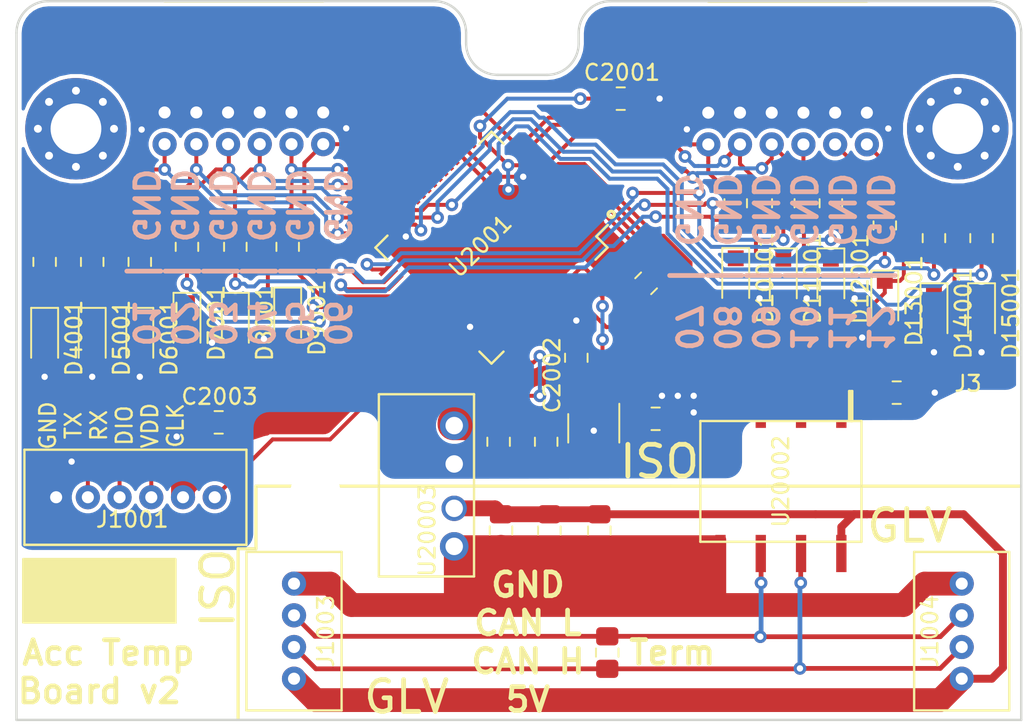
<source format=kicad_pcb>
(kicad_pcb (version 20171130) (host pcbnew "(5.1.0)-1")
  (layers (0 F.Cu signal) (31 B.Cu signal) (34 B.Paste user) (35 F.Paste user) (36 B.SilkS user) (37 F.SilkS user) (38 B.Mask user) (39 F.Mask user) (44 Edge.Cuts user))
  (net 0 "")
  (net 1 VDD)
  (net 2 GND)
  (net 3 "/MUX Interface/PU_2")
  (net 4 "/MUX Interface/ADC_2")
  (net 5 "/MUX Interface/ADC_4")
  (net 6 "/MUX Interface/PU_4")
  (net 7 "/MUX Interface/PU_5")
  (net 8 "/MUX Interface/ADC_5")
  (net 9 "/MUX Interface/ADC_6")
  (net 10 "/MUX Interface/PU_6")
  (net 11 "/MUX Interface/PU_7")
  (net 12 "/MUX Interface/ADC_7")
  (net 13 "/MUX Interface/ADC_3")
  (net 14 "/MUX Interface/PU_3")
  (net 15 "/MUX Interface/PU_1")
  (net 16 "/MUX Interface/ADC_1")
  (net 17 "/CAN Interface/CAN_L")
  (net 18 "/CAN Interface/CAN_H")
  (net 19 /SDA)
  (net 20 "/MUX Interface/ADC_8")
  (net 21 "/MUX Interface/PU_8")
  (net 22 "/MUX Interface/PU_0")
  (net 23 "/MUX Interface/ADC_0")
  (net 24 "Net-(R2001-Pad2)")
  (net 25 /SCL)
  (net 26 "/MUX Interface/ADC_9")
  (net 27 "/MUX Interface/PU_9")
  (net 28 "/MUX Interface/PU_10")
  (net 29 "/MUX Interface/ADC_10")
  (net 30 /STM32F072/USB_D-)
  (net 31 /STM32F072/USB_D+)
  (net 32 "/MUX Interface/PU_11")
  (net 33 "/MUX Interface/ADC_11")
  (net 34 "Net-(U2001-Pad2)")
  (net 35 "Net-(U2001-Pad3)")
  (net 36 "Net-(U2001-Pad4)")
  (net 37 /STM32F072/LED_A)
  (net 38 /STM32F072/LED_B)
  (net 39 /STM32F072/LED_C)
  (net 40 /STM32F072/UART_TX)
  (net 41 /STM32F072/UART_RX)
  (net 42 /STM32F072/SWDIO)
  (net 43 /STM32F072/SWCLK)
  (net 44 "Net-(U2001-Pad51)")
  (net 45 "Net-(U2001-Pad52)")
  (net 46 "Net-(U2001-Pad53)")
  (net 47 "Net-(U2001-Pad54)")
  (net 48 "/CAN Interface/CAN_RX")
  (net 49 "/CAN Interface/CAN_TX")
  (net 50 "/CAN Interface/CAN_GND")
  (net 51 "/CAN Interface/CAN_5V")
  (net 52 "Net-(U2001-Pad50)")
  (net 53 "Net-(U3001-Pad4)")
  (net 54 "Net-(J1005-Pad1)")
  (net 55 "Net-(C3001-Pad1)")
  (net 56 "Net-(U2001-Pad6)")
  (net 57 "Net-(U2001-Pad5)")
  (net 58 /STM32F072/ADC_13)
  (net 59 /STM32F072/ADC_14)
  (net 60 /STM32F072/ADC_15)
  (net 61 /STM32F072/ADC_12)
  (net 62 "Net-(J3-Pad1)")
  (net 63 "Net-(J1002-Pad1)")
  (net 64 "Net-(J1006-Pad1)")
  (module Diode_SMD:D_SOD-323_HandSoldering (layer F.Cu) (at 56.5 -38.4 270)
    (fp_text reference D15001 (at 0 -1.85 270) (layer F.SilkS))
    (fp_text value BZX84C3V6LFHT116)
    (pad 2 smd rect (at 1.25 0 270) (size 1 1) (layers F.Cu F.Paste F.Mask) (net 2 GND))
    (pad 1 smd rect (at -1.25 0 270) (size 1 1) (layers F.Cu F.Paste F.Mask) (net 33 "/MUX Interface/ADC_11"))
  )
  (module Diode_SMD:D_SOD-323_HandSoldering (layer F.Cu) (at 53.5 -38.4 270)
    (fp_text reference D14001 (at 0 -1.85 270) (layer F.SilkS))
    (fp_text value BZX84C3V6LFHT116)
    (pad 2 smd rect (at 1.25 0 270) (size 1 1) (layers F.Cu F.Paste F.Mask) (net 2 GND))
    (pad 1 smd rect (at -1.25 0 270) (size 1 1) (layers F.Cu F.Paste F.Mask) (net 29 "/MUX Interface/ADC_10"))
  )
  (module Diode_SMD:D_SOD-323_HandSoldering (layer F.Cu) (at 50.4 -39.2 270)
    (fp_text reference D13001 (at 0 -1.85 270) (layer F.SilkS))
    (fp_text value BZX84C3V6LFHT116)
    (pad 2 smd rect (at 1.25 0 270) (size 1 1) (layers F.Cu F.Paste F.Mask) (net 2 GND))
    (pad 1 smd rect (at -1.25 0 270) (size 1 1) (layers F.Cu F.Paste F.Mask) (net 26 "/MUX Interface/ADC_9"))
  )
  (module Diode_SMD:D_SOD-323_HandSoldering (layer F.Cu) (at 47 -40.6 270)
    (fp_text reference D12001 (at 0 -1.85 270) (layer F.SilkS))
    (fp_text value BZX84C3V6LFHT116)
    (pad 2 smd rect (at 1.25 0 270) (size 1 1) (layers F.Cu F.Paste F.Mask) (net 2 GND))
    (pad 1 smd rect (at -1.25 0 270) (size 1 1) (layers F.Cu F.Paste F.Mask) (net 20 "/MUX Interface/ADC_8"))
  )
  (module Diode_SMD:D_SOD-323_HandSoldering (layer F.Cu) (at 44 -40.6 270)
    (fp_text reference D11001 (at 0 -1.85 270) (layer F.SilkS))
    (fp_text value BZX84C3V6LFHT116)
    (pad 2 smd rect (at 1.25 0 270) (size 1 1) (layers F.Cu F.Paste F.Mask) (net 2 GND))
    (pad 1 smd rect (at -1.25 0 270) (size 1 1) (layers F.Cu F.Paste F.Mask) (net 12 "/MUX Interface/ADC_7"))
  )
  (module Diode_SMD:D_SOD-323_HandSoldering (layer F.Cu) (at 41 -40.625 270)
    (fp_text reference D10001 (at 0 -1.85 270) (layer F.SilkS))
    (fp_text value BZX84C3V6LFHT116)
    (pad 2 smd rect (at 1.25 0 270) (size 1 1) (layers F.Cu F.Paste F.Mask) (net 2 GND))
    (pad 1 smd rect (at -1.25 0 270) (size 1 1) (layers F.Cu F.Paste F.Mask) (net 9 "/MUX Interface/ADC_6"))
  )
  (module Diode_SMD:D_SOD-323_HandSoldering (layer F.Cu) (at 12.75 -38.125 270)
    (fp_text reference D9001 (at 0 -1.85 270) (layer F.SilkS))
    (fp_text value BZX84C3V6LFHT116)
    (pad 2 smd rect (at 1.25 0 270) (size 1 1) (layers F.Cu F.Paste F.Mask) (net 2 GND))
    (pad 1 smd rect (at -1.25 0 270) (size 1 1) (layers F.Cu F.Paste F.Mask) (net 8 "/MUX Interface/ADC_5"))
  )
  (module Diode_SMD:D_SOD-323_HandSoldering (layer F.Cu) (at 9.45 -37.8 270)
    (fp_text reference D8001 (at 0 -1.85 270) (layer F.SilkS))
    (fp_text value BZX84C3V6LFHT116)
    (pad 2 smd rect (at 1.25 0 270) (size 1 1) (layers F.Cu F.Paste F.Mask) (net 2 GND))
    (pad 1 smd rect (at -1.25 0 270) (size 1 1) (layers F.Cu F.Paste F.Mask) (net 5 "/MUX Interface/ADC_4"))
  )
  (module Diode_SMD:D_SOD-323_HandSoldering (layer F.Cu) (at 6.4 -37.8 270)
    (fp_text reference D7001 (at 0 -1.85 270) (layer F.SilkS))
    (fp_text value BZX84C3V6LFHT116)
    (pad 2 smd rect (at 1.25 0 270) (size 1 1) (layers F.Cu F.Paste F.Mask) (net 2 GND))
    (pad 1 smd rect (at -1.25 0 270) (size 1 1) (layers F.Cu F.Paste F.Mask) (net 13 "/MUX Interface/ADC_3"))
  )
  (module Diode_SMD:D_SOD-323_HandSoldering (layer F.Cu) (at 3.425 -36.85 270)
    (fp_text reference D6001 (at 0 -1.85 270) (layer F.SilkS))
    (fp_text value BZX84C3V6LFHT116)
    (pad 2 smd rect (at 1.25 0 270) (size 1 1) (layers F.Cu F.Paste F.Mask) (net 2 GND))
    (pad 1 smd rect (at -1.25 0 270) (size 1 1) (layers F.Cu F.Paste F.Mask) (net 4 "/MUX Interface/ADC_2"))
  )
  (module Diode_SMD:D_SOD-323_HandSoldering (layer F.Cu) (at 0.425 -36.85 270)
    (fp_text reference D5001 (at 0 -1.85 270) (layer F.SilkS))
    (fp_text value BZX84C3V6LFHT116)
    (pad 2 smd rect (at 1.25 0 270) (size 1 1) (layers F.Cu F.Paste F.Mask) (net 2 GND))
    (pad 1 smd rect (at -1.25 0 270) (size 1 1) (layers F.Cu F.Paste F.Mask) (net 16 "/MUX Interface/ADC_1"))
  )
  (module Diode_SMD:D_SOD-323_HandSoldering (layer F.Cu) (at -2.575 -36.85 270)
    (fp_text reference D4001 (at 0 -1.85 270) (layer F.SilkS))
    (fp_text value BZX84C3V6LFHT116)
    (pad 2 smd rect (at 1.25 0 270) (size 1 1) (layers F.Cu F.Paste F.Mask) (net 2 GND))
    (pad 1 smd rect (at -1.25 0 270) (size 1 1) (layers F.Cu F.Paste F.Mask) (net 23 "/MUX Interface/ADC_0"))
  )
  (module MountingHole:MountingHole_3.2mm_M3 (layer F.Cu) (at 55.65 -29.775)
    (fp_text reference J3 (at 0 -4.2) (layer F.SilkS))
    (fp_text value M3)
    (pad 1 np_thru_hole circle (at 0 0) (size 3.2 3.2) (drill 3.2) (layers *.Cu *.Mask) (net 62 "Net-(J3-Pad1)"))
  )
  (module Capacitor_SMD:C_0805_2012Metric_Pad1.15x1.40mm_HandSolder (layer F.Cu) (at 8.4 -31.525 180)
    (fp_text reference C2003 (at -0.05 1.625 180) (layer F.SilkS))
    (fp_text value 100nF)
    (pad 2 smd roundrect (at 1.025 0 180) (size 1.15 1.4) (layers F.Cu F.Paste F.Mask) (roundrect_rratio 0.217391) (net 2 GND))
    (pad 1 smd roundrect (at -1.025 0 180) (size 1.15 1.4) (layers F.Cu F.Paste F.Mask) (roundrect_rratio 0.217391) (net 1 VDD))
  )
  (module Capacitor_SMD:C_0805_2012Metric_Pad1.15x1.40mm_HandSolder (layer F.Cu) (at 30.95 -35.6 90)
    (fp_text reference C2002 (at -1.1 -1.525 90) (layer F.SilkS))
    (fp_text value 100nF)
    (pad 2 smd roundrect (at 1.025 0 90) (size 1.15 1.4) (layers F.Cu F.Paste F.Mask) (roundrect_rratio 0.217391) (net 2 GND))
    (pad 1 smd roundrect (at -1.025 0 90) (size 1.15 1.4) (layers F.Cu F.Paste F.Mask) (roundrect_rratio 0.217391) (net 1 VDD))
  )
  (module MountingHole:MountingHole_3.2mm_M3 (layer F.Cu) (at 14.5 -27.025)
    (fp_text reference J1005 hide)
    (fp_text value M3)
    (pad 1 np_thru_hole circle (at 0 0) (size 3.2 3.2) (drill 3.2) (layers *.Cu *.Mask) (net 54 "Net-(J1005-Pad1)"))
  )
  (module Package_QFP:LQFP-64_10x10mm_P0.5mm (layer F.Cu) (at 25.6 -42.55 225)
    (fp_text reference U2001 (at 0.424264 0.565685 225) (layer F.SilkS))
    (fp_text value STM32F072R8Tx)
    (pad 64 smd rect (at -3.75 -5.7 315) (size 1 0.25) (layers F.Cu F.Paste F.Mask) (net 1 VDD))
    (pad 63 smd rect (at -3.25 -5.7 315) (size 1 0.25) (layers F.Cu F.Paste F.Mask) (net 2 GND))
    (pad 62 smd rect (at -2.75 -5.7 315) (size 1 0.25) (layers F.Cu F.Paste F.Mask) (net 49 "/CAN Interface/CAN_TX"))
    (pad 61 smd rect (at -2.25 -5.7 315) (size 1 0.25) (layers F.Cu F.Paste F.Mask) (net 48 "/CAN Interface/CAN_RX"))
    (pad 60 smd rect (at -1.75 -5.7 315) (size 1 0.25) (layers F.Cu F.Paste F.Mask) (net 2 GND))
    (pad 59 smd rect (at -1.25 -5.7 315) (size 1 0.25) (layers F.Cu F.Paste F.Mask) (net 19 /SDA))
    (pad 58 smd rect (at -0.75 -5.7 315) (size 1 0.25) (layers F.Cu F.Paste F.Mask) (net 25 /SCL))
    (pad 57 smd rect (at -0.25 -5.7 315) (size 1 0.25) (layers F.Cu F.Paste F.Mask) (net 38 /STM32F072/LED_B))
    (pad 56 smd rect (at 0.25 -5.7 315) (size 1 0.25) (layers F.Cu F.Paste F.Mask) (net 39 /STM32F072/LED_C))
    (pad 55 smd rect (at 0.75 -5.7 315) (size 1 0.25) (layers F.Cu F.Paste F.Mask) (net 37 /STM32F072/LED_A))
    (pad 54 smd rect (at 1.25 -5.7 315) (size 1 0.25) (layers F.Cu F.Paste F.Mask) (net 47 "Net-(U2001-Pad54)"))
    (pad 53 smd rect (at 1.75 -5.7 315) (size 1 0.25) (layers F.Cu F.Paste F.Mask) (net 46 "Net-(U2001-Pad53)"))
    (pad 52 smd rect (at 2.25 -5.7 315) (size 1 0.25) (layers F.Cu F.Paste F.Mask) (net 45 "Net-(U2001-Pad52)"))
    (pad 51 smd rect (at 2.75 -5.7 315) (size 1 0.25) (layers F.Cu F.Paste F.Mask) (net 44 "Net-(U2001-Pad51)"))
    (pad 50 smd rect (at 3.25 -5.7 315) (size 1 0.25) (layers F.Cu F.Paste F.Mask) (net 52 "Net-(U2001-Pad50)"))
    (pad 49 smd rect (at 3.75 -5.7 315) (size 1 0.25) (layers F.Cu F.Paste F.Mask) (net 43 /STM32F072/SWCLK))
    (pad 48 smd rect (at 5.7 -3.75 225) (size 1 0.25) (layers F.Cu F.Paste F.Mask) (net 1 VDD))
    (pad 47 smd rect (at 5.7 -3.25 225) (size 1 0.25) (layers F.Cu F.Paste F.Mask) (net 2 GND))
    (pad 46 smd rect (at 5.7 -2.75 225) (size 1 0.25) (layers F.Cu F.Paste F.Mask) (net 42 /STM32F072/SWDIO))
    (pad 45 smd rect (at 5.7 -2.25 225) (size 1 0.25) (layers F.Cu F.Paste F.Mask) (net 31 /STM32F072/USB_D+))
    (pad 44 smd rect (at 5.7 -1.75 225) (size 1 0.25) (layers F.Cu F.Paste F.Mask) (net 30 /STM32F072/USB_D-))
    (pad 43 smd rect (at 5.7 -1.25 225) (size 1 0.25) (layers F.Cu F.Paste F.Mask) (net 41 /STM32F072/UART_RX))
    (pad 42 smd rect (at 5.7 -0.75 225) (size 1 0.25) (layers F.Cu F.Paste F.Mask) (net 40 /STM32F072/UART_TX))
    (pad 41 smd rect (at 5.7 -0.25 225) (size 1 0.25) (layers F.Cu F.Paste F.Mask) (net 22 "/MUX Interface/PU_0"))
    (pad 40 smd rect (at 5.7 0.25 225) (size 1 0.25) (layers F.Cu F.Paste F.Mask) (net 15 "/MUX Interface/PU_1"))
    (pad 39 smd rect (at 5.7 0.75 225) (size 1 0.25) (layers F.Cu F.Paste F.Mask) (net 3 "/MUX Interface/PU_2"))
    (pad 38 smd rect (at 5.7 1.25 225) (size 1 0.25) (layers F.Cu F.Paste F.Mask) (net 14 "/MUX Interface/PU_3"))
    (pad 37 smd rect (at 5.7 1.75 225) (size 1 0.25) (layers F.Cu F.Paste F.Mask) (net 6 "/MUX Interface/PU_4"))
    (pad 36 smd rect (at 5.7 2.25 225) (size 1 0.25) (layers F.Cu F.Paste F.Mask) (net 7 "/MUX Interface/PU_5"))
    (pad 35 smd rect (at 5.7 2.75 225) (size 1 0.25) (layers F.Cu F.Paste F.Mask) (net 10 "/MUX Interface/PU_6"))
    (pad 34 smd rect (at 5.7 3.25 225) (size 1 0.25) (layers F.Cu F.Paste F.Mask) (net 11 "/MUX Interface/PU_7"))
    (pad 33 smd rect (at 5.7 3.75 225) (size 1 0.25) (layers F.Cu F.Paste F.Mask) (net 21 "/MUX Interface/PU_8"))
    (pad 32 smd rect (at 3.75 5.7 315) (size 1 0.25) (layers F.Cu F.Paste F.Mask) (net 1 VDD))
    (pad 31 smd rect (at 3.25 5.7 315) (size 1 0.25) (layers F.Cu F.Paste F.Mask) (net 2 GND))
    (pad 30 smd rect (at 2.75 5.7 315) (size 1 0.25) (layers F.Cu F.Paste F.Mask) (net 27 "/MUX Interface/PU_9"))
    (pad 29 smd rect (at 2.25 5.7 315) (size 1 0.25) (layers F.Cu F.Paste F.Mask) (net 28 "/MUX Interface/PU_10"))
    (pad 28 smd rect (at 1.75 5.7 315) (size 1 0.25) (layers F.Cu F.Paste F.Mask) (net 32 "/MUX Interface/PU_11"))
    (pad 27 smd rect (at 1.25 5.7 315) (size 1 0.25) (layers F.Cu F.Paste F.Mask) (net 61 /STM32F072/ADC_12))
    (pad 26 smd rect (at 0.75 5.7 315) (size 1 0.25) (layers F.Cu F.Paste F.Mask) (net 60 /STM32F072/ADC_15))
    (pad 25 smd rect (at 0.25 5.7 315) (size 1 0.25) (layers F.Cu F.Paste F.Mask) (net 59 /STM32F072/ADC_14))
    (pad 24 smd rect (at -0.25 5.7 315) (size 1 0.25) (layers F.Cu F.Paste F.Mask) (net 58 /STM32F072/ADC_13))
    (pad 23 smd rect (at -0.75 5.7 315) (size 1 0.25) (layers F.Cu F.Paste F.Mask) (net 23 "/MUX Interface/ADC_0"))
    (pad 22 smd rect (at -1.25 5.7 315) (size 1 0.25) (layers F.Cu F.Paste F.Mask) (net 16 "/MUX Interface/ADC_1"))
    (pad 21 smd rect (at -1.75 5.7 315) (size 1 0.25) (layers F.Cu F.Paste F.Mask) (net 4 "/MUX Interface/ADC_2"))
    (pad 20 smd rect (at -2.25 5.7 315) (size 1 0.25) (layers F.Cu F.Paste F.Mask) (net 13 "/MUX Interface/ADC_3"))
    (pad 19 smd rect (at -2.75 5.7 315) (size 1 0.25) (layers F.Cu F.Paste F.Mask) (net 1 VDD))
    (pad 18 smd rect (at -3.25 5.7 315) (size 1 0.25) (layers F.Cu F.Paste F.Mask) (net 2 GND))
    (pad 17 smd rect (at -3.75 5.7 315) (size 1 0.25) (layers F.Cu F.Paste F.Mask) (net 5 "/MUX Interface/ADC_4"))
    (pad 16 smd rect (at -5.7 3.75 225) (size 1 0.25) (layers F.Cu F.Paste F.Mask) (net 8 "/MUX Interface/ADC_5"))
    (pad 15 smd rect (at -5.7 3.25 225) (size 1 0.25) (layers F.Cu F.Paste F.Mask) (net 9 "/MUX Interface/ADC_6"))
    (pad 14 smd rect (at -5.7 2.75 225) (size 1 0.25) (layers F.Cu F.Paste F.Mask) (net 12 "/MUX Interface/ADC_7"))
    (pad 13 smd rect (at -5.7 2.25 225) (size 1 0.25) (layers F.Cu F.Paste F.Mask) (net 1 VDD))
    (pad 12 smd rect (at -5.7 1.75 225) (size 1 0.25) (layers F.Cu F.Paste F.Mask) (net 2 GND))
    (pad 11 smd rect (at -5.7 1.25 225) (size 1 0.25) (layers F.Cu F.Paste F.Mask) (net 20 "/MUX Interface/ADC_8"))
    (pad 10 smd rect (at -5.7 0.75 225) (size 1 0.25) (layers F.Cu F.Paste F.Mask) (net 26 "/MUX Interface/ADC_9"))
    (pad 9 smd rect (at -5.7 0.25 225) (size 1 0.25) (layers F.Cu F.Paste F.Mask) (net 29 "/MUX Interface/ADC_10"))
    (pad 8 smd rect (at -5.7 -0.25 225) (size 1 0.25) (layers F.Cu F.Paste F.Mask) (net 33 "/MUX Interface/ADC_11"))
    (pad 7 smd rect (at -5.7 -0.75 225) (size 1 0.25) (layers F.Cu F.Paste F.Mask) (net 24 "Net-(R2001-Pad2)"))
    (pad 6 smd rect (at -5.7 -1.25 225) (size 1 0.25) (layers F.Cu F.Paste F.Mask) (net 56 "Net-(U2001-Pad6)"))
    (pad 5 smd rect (at -5.7 -1.75 225) (size 1 0.25) (layers F.Cu F.Paste F.Mask) (net 57 "Net-(U2001-Pad5)"))
    (pad 4 smd rect (at -5.7 -2.25 225) (size 1 0.25) (layers F.Cu F.Paste F.Mask) (net 36 "Net-(U2001-Pad4)"))
    (pad 3 smd rect (at -5.7 -2.75 225) (size 1 0.25) (layers F.Cu F.Paste F.Mask) (net 35 "Net-(U2001-Pad3)"))
    (pad 2 smd rect (at -5.7 -3.25 225) (size 1 0.25) (layers F.Cu F.Paste F.Mask) (net 34 "Net-(U2001-Pad2)"))
    (pad 1 smd rect (at -5.7 -3.75 225) (size 1 0.25) (layers F.Cu F.Paste F.Mask) (net 1 VDD))
  )
  (module "Thermistor Footprints:B06B-PASK" (layer F.Cu) (at -1.85 -26.8 180)
    (fp_text reference J1001 (at -4.8 -1.4 180) (layer F.SilkS))
    (fp_text value Conn_01x06)
    (pad 6 thru_hole circle (at -10 0 180) (size 1.524 1.524) (drill 0.762) (layers *.Cu *.Mask) (net 43 /STM32F072/SWCLK))
    (pad 5 thru_hole circle (at -8 0 180) (size 1.524 1.524) (drill 0.762) (layers *.Cu *.Mask) (net 1 VDD))
    (pad 4 thru_hole circle (at -6 0 180) (size 1.524 1.524) (drill 0.762) (layers *.Cu *.Mask) (net 42 /STM32F072/SWDIO))
    (pad 3 thru_hole circle (at -4 0 180) (size 1.524 1.524) (drill 0.762) (layers *.Cu *.Mask) (net 41 /STM32F072/UART_RX))
    (pad 2 thru_hole circle (at -2 0 180) (size 1.524 1.524) (drill 0.762) (layers *.Cu *.Mask) (net 40 /STM32F072/UART_TX))
    (pad 1 thru_hole circle (at 0 0 180) (size 1.524 1.524) (drill 0.762) (layers *.Cu *.Mask) (net 2 GND))
  )
  (module Capacitor_SMD:C_0805_2012Metric_Pad1.15x1.40mm_HandSolder (layer F.Cu) (at 33.75 -51.95)
    (fp_text reference C2001 (at 0.075 -1.65) (layer F.SilkS))
    (fp_text value 100nF)
    (pad 1 smd roundrect (at -1.025 0) (size 1.15 1.4) (layers F.Cu F.Paste F.Mask) (roundrect_rratio 0.217391) (net 1 VDD))
    (pad 2 smd roundrect (at 1.025 0) (size 1.15 1.4) (layers F.Cu F.Paste F.Mask) (roundrect_rratio 0.217391) (net 2 GND))
  )
  (module "Thermistor Footprints:S12B-PHDSS" (layer F.Cu) (at 4.99 -49.08)
    (fp_text reference J1 hide)
    (fp_text value Conn_02x06_Odd_Even)
    (pad 12 thru_hole circle (at 10 -2 90) (size 1.524 1.524) (drill 0.762) (layers *.Cu *.Mask) (net 2 GND))
    (pad 11 thru_hole circle (at 10 0 90) (size 1.524 1.524) (drill 0.762) (layers *.Cu *.Mask) (net 8 "/MUX Interface/ADC_5"))
    (pad 10 thru_hole circle (at 8 -2 90) (size 1.524 1.524) (drill 0.762) (layers *.Cu *.Mask) (net 2 GND))
    (pad 9 thru_hole circle (at 8 0 90) (size 1.524 1.524) (drill 0.762) (layers *.Cu *.Mask) (net 5 "/MUX Interface/ADC_4"))
    (pad 8 thru_hole circle (at 6 -2 90) (size 1.524 1.524) (drill 0.762) (layers *.Cu *.Mask) (net 2 GND))
    (pad 7 thru_hole circle (at 6 0 90) (size 1.524 1.524) (drill 0.762) (layers *.Cu *.Mask) (net 13 "/MUX Interface/ADC_3"))
    (pad 6 thru_hole circle (at 4 -2 90) (size 1.524 1.524) (drill 0.762) (layers *.Cu *.Mask) (net 2 GND))
    (pad 5 thru_hole circle (at 4 0 90) (size 1.524 1.524) (drill 0.762) (layers *.Cu *.Mask) (net 4 "/MUX Interface/ADC_2"))
    (pad 4 thru_hole circle (at 2 -2 90) (size 1.524 1.524) (drill 0.762) (layers *.Cu *.Mask) (net 2 GND))
    (pad 3 thru_hole circle (at 2 0 90) (size 1.524 1.524) (drill 0.762) (layers *.Cu *.Mask) (net 16 "/MUX Interface/ADC_1"))
    (pad 2 thru_hole circle (at 0 -2 90) (size 1.524 1.524) (drill 0.762) (layers *.Cu *.Mask) (net 2 GND))
    (pad 1 thru_hole circle (at 0 0 90) (size 1.524 1.524) (drill 0.762) (layers *.Cu *.Mask) (net 23 "/MUX Interface/ADC_0"))
  )
  (module Capacitor_SMD:C_0805_2012Metric_Pad1.15x1.40mm_HandSolder (layer F.Cu) (at 26.05 -30.3 270)
    (fp_text reference C3001 hide)
    (fp_text value 100nF)
    (pad 2 smd roundrect (at 1.025 0 270) (size 1.15 1.4) (layers F.Cu F.Paste F.Mask) (roundrect_rratio 0.217391) (net 2 GND))
    (pad 1 smd roundrect (at -1.025 0 270) (size 1.15 1.4) (layers F.Cu F.Paste F.Mask) (roundrect_rratio 0.217391) (net 55 "Net-(C3001-Pad1)"))
  )
  (module Capacitor_SMD:C_0805_2012Metric_Pad1.15x1.40mm_HandSolder (layer F.Cu) (at 29.05 -30.3 270)
    (fp_text reference C3002 hide)
    (fp_text value 100nF)
    (pad 1 smd roundrect (at -1.025 0 270) (size 1.15 1.4) (layers F.Cu F.Paste F.Mask) (roundrect_rratio 0.217391) (net 55 "Net-(C3001-Pad1)"))
    (pad 2 smd roundrect (at 1.025 0 270) (size 1.15 1.4) (layers F.Cu F.Paste F.Mask) (roundrect_rratio 0.217391) (net 2 GND))
  )
  (module "Thermistor Footprints:RFM-0505S" (layer F.Cu) (at 23.25 -23.7 90)
    (fp_text reference U20003 (at 1 -1.7 90) (layer F.SilkS))
    (fp_text value RFM-0505S)
    (pad 4 thru_hole circle (at 7.62 0 90) (size 1.8 1.8) (drill 1.1) (layers *.Cu *.Mask) (net 55 "Net-(C3001-Pad1)"))
    (pad 3 thru_hole circle (at 5.2 0 90) (size 1.6 1.6) (drill 1.1) (layers *.Cu *.Mask) (net 2 GND))
    (pad 2 thru_hole circle (at 2.4 0 90) (size 1.6 1.6) (drill 1.1) (layers *.Cu *.Mask) (net 51 "/CAN Interface/CAN_5V"))
    (pad 1 thru_hole circle (at 0 0 90) (size 1.8 1.8) (drill 1.1) (layers *.Cu *.Mask) (net 50 "/CAN Interface/CAN_GND"))
  )
  (module "Thermistor Footprints:ISO1050DUB" (layer F.Cu) (at 43.85 -27.8 270)
    (fp_text reference U20002 (at 0 0 270) (layer F.SilkS))
    (fp_text value ISO1050)
    (pad 5 smd rect (at 4.55 3.81 270) (size 2.35 0.65) (layers F.Cu F.Paste F.Mask) (net 50 "/CAN Interface/CAN_GND"))
    (pad 4 smd rect (at -4.55 3.81 270) (size 2.35 0.65) (layers F.Cu F.Paste F.Mask) (net 2 GND))
    (pad 6 smd rect (at 4.55 1.27 270) (size 2.35 0.65) (layers F.Cu F.Paste F.Mask) (net 17 "/CAN Interface/CAN_L"))
    (pad 3 smd rect (at -4.55 1.27 270) (size 2.35 0.65) (layers F.Cu F.Paste F.Mask) (net 49 "/CAN Interface/CAN_TX"))
    (pad 7 smd rect (at 4.55 -1.27 270) (size 2.35 0.65) (layers F.Cu F.Paste F.Mask) (net 18 "/CAN Interface/CAN_H"))
    (pad 2 smd rect (at -4.55 -1.27 270) (size 2.35 0.65) (layers F.Cu F.Paste F.Mask) (net 48 "/CAN Interface/CAN_RX"))
    (pad 8 smd rect (at 4.55 -3.81 270) (size 2.35 0.65) (layers F.Cu F.Paste F.Mask) (net 51 "/CAN Interface/CAN_5V"))
    (pad 1 smd rect (at -4.55 -3.81 270) (size 2.35 0.65) (layers F.Cu F.Paste F.Mask) (net 1 VDD))
  )
  (module MountingHole:MountingHole_3.2mm_M3_Pad_Via (layer F.Cu) (at 55 -50.05)
    (fp_text reference J1006 hide)
    (fp_text value M3)
    (pad 1 thru_hole circle (at 0 0) (size 6.4 6.4) (drill 3.2) (layers *.Cu *.Mask) (net 64 "Net-(J1006-Pad1)"))
    (pad 1 thru_hole circle (at 2.4 0) (size 0.8 0.8) (drill 0.5) (layers *.Cu *.Mask) (net 64 "Net-(J1006-Pad1)"))
    (pad 1 thru_hole circle (at 1.697056 1.697056) (size 0.8 0.8) (drill 0.5) (layers *.Cu *.Mask) (net 64 "Net-(J1006-Pad1)"))
    (pad 1 thru_hole circle (at 0 2.4) (size 0.8 0.8) (drill 0.5) (layers *.Cu *.Mask) (net 64 "Net-(J1006-Pad1)"))
    (pad 1 thru_hole circle (at -1.697056 1.697056) (size 0.8 0.8) (drill 0.5) (layers *.Cu *.Mask) (net 64 "Net-(J1006-Pad1)"))
    (pad 1 thru_hole circle (at -2.4 0) (size 0.8 0.8) (drill 0.5) (layers *.Cu *.Mask) (net 64 "Net-(J1006-Pad1)"))
    (pad 1 thru_hole circle (at -1.697056 -1.697056) (size 0.8 0.8) (drill 0.5) (layers *.Cu *.Mask) (net 64 "Net-(J1006-Pad1)"))
    (pad 1 thru_hole circle (at 0 -2.4) (size 0.8 0.8) (drill 0.5) (layers *.Cu *.Mask) (net 64 "Net-(J1006-Pad1)"))
    (pad 1 thru_hole circle (at 1.697056 -1.697056) (size 0.8 0.8) (drill 0.5) (layers *.Cu *.Mask) (net 64 "Net-(J1006-Pad1)"))
  )
  (module MountingHole:MountingHole_3.2mm_M3_Pad_Via (layer F.Cu) (at -0.6 -50.05)
    (fp_text reference J1002 hide)
    (fp_text value M3)
    (pad 1 thru_hole circle (at 0 0) (size 6.4 6.4) (drill 3.2) (layers *.Cu *.Mask) (net 63 "Net-(J1002-Pad1)"))
    (pad 1 thru_hole circle (at 2.4 0) (size 0.8 0.8) (drill 0.5) (layers *.Cu *.Mask) (net 63 "Net-(J1002-Pad1)"))
    (pad 1 thru_hole circle (at 1.697056 1.697056) (size 0.8 0.8) (drill 0.5) (layers *.Cu *.Mask) (net 63 "Net-(J1002-Pad1)"))
    (pad 1 thru_hole circle (at 0 2.4) (size 0.8 0.8) (drill 0.5) (layers *.Cu *.Mask) (net 63 "Net-(J1002-Pad1)"))
    (pad 1 thru_hole circle (at -1.697056 1.697056) (size 0.8 0.8) (drill 0.5) (layers *.Cu *.Mask) (net 63 "Net-(J1002-Pad1)"))
    (pad 1 thru_hole circle (at -2.4 0) (size 0.8 0.8) (drill 0.5) (layers *.Cu *.Mask) (net 63 "Net-(J1002-Pad1)"))
    (pad 1 thru_hole circle (at -1.697056 -1.697056) (size 0.8 0.8) (drill 0.5) (layers *.Cu *.Mask) (net 63 "Net-(J1002-Pad1)"))
    (pad 1 thru_hole circle (at 0 -2.4) (size 0.8 0.8) (drill 0.5) (layers *.Cu *.Mask) (net 63 "Net-(J1002-Pad1)"))
    (pad 1 thru_hole circle (at 1.697056 -1.697056) (size 0.8 0.8) (drill 0.5) (layers *.Cu *.Mask) (net 63 "Net-(J1002-Pad1)"))
  )
  (module Package_TO_SOT_SMD:SOT-23-5 (layer F.Cu) (at 32.05 -31.15 270)
    (fp_text reference U3001 hide)
    (fp_text value LP2985-3.3)
    (pad 5 smd rect (at 1.1 -0.95 270) (size 1.06 0.65) (layers F.Cu F.Paste F.Mask) (net 1 VDD))
    (pad 4 smd rect (at 1.1 0.95 270) (size 1.06 0.65) (layers F.Cu F.Paste F.Mask) (net 53 "Net-(U3001-Pad4)"))
    (pad 3 smd rect (at -1.1 0.95 270) (size 1.06 0.65) (layers F.Cu F.Paste F.Mask) (net 55 "Net-(C3001-Pad1)"))
    (pad 2 smd rect (at -1.1 0 270) (size 1.06 0.65) (layers F.Cu F.Paste F.Mask) (net 2 GND))
    (pad 1 smd rect (at -1.1 -0.95 270) (size 1.06 0.65) (layers F.Cu F.Paste F.Mask) (net 55 "Net-(C3001-Pad1)"))
  )
  (module Capacitor_SMD:C_0805_2012Metric_Pad1.15x1.40mm_HandSolder (layer F.Cu) (at 51.15 -33.4)
    (fp_text reference C20001 hide)
    (fp_text value 100nF)
    (pad 2 smd roundrect (at 1.025 0) (size 1.15 1.4) (layers F.Cu F.Paste F.Mask) (roundrect_rratio 0.217391) (net 2 GND))
    (pad 1 smd roundrect (at -1.025 0) (size 1.15 1.4) (layers F.Cu F.Paste F.Mask) (roundrect_rratio 0.217391) (net 1 VDD))
  )
  (module Capacitor_SMD:C_0805_2012Metric_Pad1.15x1.40mm_HandSolder (layer F.Cu) (at 35.95 -31.75)
    (fp_text reference C20002 hide)
    (fp_text value 100nF)
    (pad 2 smd roundrect (at 1.025 0) (size 1.15 1.4) (layers F.Cu F.Paste F.Mask) (roundrect_rratio 0.217391) (net 2 GND))
    (pad 1 smd roundrect (at -1.025 0) (size 1.15 1.4) (layers F.Cu F.Paste F.Mask) (roundrect_rratio 0.217391) (net 1 VDD))
  )
  (module Capacitor_SMD:C_0805_2012Metric_Pad1.15x1.40mm_HandSolder (layer F.Cu) (at 26.2 -24.7 270)
    (fp_text reference C20004 hide)
    (fp_text value 100nF)
    (pad 2 smd roundrect (at 1.025 0 270) (size 1.15 1.4) (layers F.Cu F.Paste F.Mask) (roundrect_rratio 0.217391) (net 50 "/CAN Interface/CAN_GND"))
    (pad 1 smd roundrect (at -1.025 0 270) (size 1.15 1.4) (layers F.Cu F.Paste F.Mask) (roundrect_rratio 0.217391) (net 51 "/CAN Interface/CAN_5V"))
  )
  (module Capacitor_SMD:C_0805_2012Metric_Pad1.15x1.40mm_HandSolder (layer F.Cu) (at 29.25 -24.7 270)
    (fp_text reference C20005 hide)
    (fp_text value 1uF)
    (pad 2 smd roundrect (at 1.025 0 270) (size 1.15 1.4) (layers F.Cu F.Paste F.Mask) (roundrect_rratio 0.217391) (net 50 "/CAN Interface/CAN_GND"))
    (pad 1 smd roundrect (at -1.025 0 270) (size 1.15 1.4) (layers F.Cu F.Paste F.Mask) (roundrect_rratio 0.217391) (net 51 "/CAN Interface/CAN_5V"))
  )
  (module Capacitor_SMD:C_0805_2012Metric_Pad1.15x1.40mm_HandSolder (layer F.Cu) (at 32.4 -24.7 270)
    (fp_text reference C20003 hide)
    (fp_text value 100nF)
    (pad 2 smd roundrect (at 1.025 0 270) (size 1.15 1.4) (layers F.Cu F.Paste F.Mask) (roundrect_rratio 0.217391) (net 50 "/CAN Interface/CAN_GND"))
    (pad 1 smd roundrect (at -1.025 0 270) (size 1.15 1.4) (layers F.Cu F.Paste F.Mask) (roundrect_rratio 0.217391) (net 51 "/CAN Interface/CAN_5V"))
  )
  (module Resistor_SMD:R_0805_2012Metric_Pad1.15x1.40mm_HandSolder (layer F.Cu) (at 56.5 -43.15 90)
    (fp_text reference R15001 hide)
    (fp_text value 1k)
    (pad 2 smd roundrect (at 1.025 0 90) (size 1.15 1.4) (layers F.Cu F.Paste F.Mask) (roundrect_rratio 0.217391) (net 33 "/MUX Interface/ADC_11"))
    (pad 1 smd roundrect (at -1.025 0 90) (size 1.15 1.4) (layers F.Cu F.Paste F.Mask) (roundrect_rratio 0.217391) (net 32 "/MUX Interface/PU_11"))
  )
  (module Resistor_SMD:R_0805_2012Metric_Pad1.15x1.40mm_HandSolder (layer F.Cu) (at 53.5 -43.15 90)
    (fp_text reference R14001 hide)
    (fp_text value 1k)
    (pad 2 smd roundrect (at 1.025 0 90) (size 1.15 1.4) (layers F.Cu F.Paste F.Mask) (roundrect_rratio 0.217391) (net 29 "/MUX Interface/ADC_10"))
    (pad 1 smd roundrect (at -1.025 0 90) (size 1.15 1.4) (layers F.Cu F.Paste F.Mask) (roundrect_rratio 0.217391) (net 28 "/MUX Interface/PU_10"))
  )
  (module Resistor_SMD:R_0805_2012Metric_Pad1.15x1.40mm_HandSolder (layer F.Cu) (at 50.4 -43.95 90)
    (fp_text reference R13001 hide)
    (fp_text value 1k)
    (pad 2 smd roundrect (at 1.025 0 90) (size 1.15 1.4) (layers F.Cu F.Paste F.Mask) (roundrect_rratio 0.217391) (net 26 "/MUX Interface/ADC_9"))
    (pad 1 smd roundrect (at -1.025 0 90) (size 1.15 1.4) (layers F.Cu F.Paste F.Mask) (roundrect_rratio 0.217391) (net 27 "/MUX Interface/PU_9"))
  )
  (module Resistor_SMD:R_0805_2012Metric_Pad1.15x1.40mm_HandSolder (layer F.Cu) (at 35.35 -40.3 45)
    (fp_text reference R2001 hide)
    (fp_text value 10k)
    (pad 2 smd roundrect (at 1.025 0 45) (size 1.15 1.4) (layers F.Cu F.Paste F.Mask) (roundrect_rratio 0.217391) (net 24 "Net-(R2001-Pad2)"))
    (pad 1 smd roundrect (at -1.025 0 45) (size 1.15 1.4) (layers F.Cu F.Paste F.Mask) (roundrect_rratio 0.217391) (net 1 VDD))
  )
  (module Resistor_SMD:R_0805_2012Metric_Pad1.15x1.40mm_HandSolder (layer F.Cu) (at -2.575 -41.65 90)
    (fp_text reference R4001 hide)
    (fp_text value 1k)
    (pad 1 smd roundrect (at -1.025 0 90) (size 1.15 1.4) (layers F.Cu F.Paste F.Mask) (roundrect_rratio 0.217391) (net 22 "/MUX Interface/PU_0"))
    (pad 2 smd roundrect (at 1.025 0 90) (size 1.15 1.4) (layers F.Cu F.Paste F.Mask) (roundrect_rratio 0.217391) (net 23 "/MUX Interface/ADC_0"))
  )
  (module Resistor_SMD:R_0805_2012Metric_Pad1.15x1.40mm_HandSolder (layer F.Cu) (at 47 -45.35 90)
    (fp_text reference R12001 hide)
    (fp_text value 1k)
    (pad 1 smd roundrect (at -1.025 0 90) (size 1.15 1.4) (layers F.Cu F.Paste F.Mask) (roundrect_rratio 0.217391) (net 21 "/MUX Interface/PU_8"))
    (pad 2 smd roundrect (at 1.025 0 90) (size 1.15 1.4) (layers F.Cu F.Paste F.Mask) (roundrect_rratio 0.217391) (net 20 "/MUX Interface/ADC_8"))
  )
  (module Resistor_SMD:R_0805_2012Metric_Pad1.15x1.40mm_HandSolder (layer F.Cu) (at 32.9 -17 90)
    (fp_text reference R1005 hide)
    (fp_text value 120R)
    (pad 2 smd roundrect (at 1.025 0 90) (size 1.15 1.4) (layers F.Cu F.Paste F.Mask) (roundrect_rratio 0.217391) (net 17 "/CAN Interface/CAN_L"))
    (pad 1 smd roundrect (at -1.025 0 90) (size 1.15 1.4) (layers F.Cu F.Paste F.Mask) (roundrect_rratio 0.217391) (net 18 "/CAN Interface/CAN_H"))
  )
  (module Resistor_SMD:R_0805_2012Metric_Pad1.15x1.40mm_HandSolder (layer F.Cu) (at 0.425 -41.65 90)
    (fp_text reference R5001 hide)
    (fp_text value 1k)
    (pad 1 smd roundrect (at -1.025 0 90) (size 1.15 1.4) (layers F.Cu F.Paste F.Mask) (roundrect_rratio 0.217391) (net 15 "/MUX Interface/PU_1"))
    (pad 2 smd roundrect (at 1.025 0 90) (size 1.15 1.4) (layers F.Cu F.Paste F.Mask) (roundrect_rratio 0.217391) (net 16 "/MUX Interface/ADC_1"))
  )
  (module Resistor_SMD:R_0805_2012Metric_Pad1.15x1.40mm_HandSolder (layer F.Cu) (at 6.4 -42.6 90)
    (fp_text reference R7001 hide)
    (fp_text value 1k)
    (pad 1 smd roundrect (at -1.025 0 90) (size 1.15 1.4) (layers F.Cu F.Paste F.Mask) (roundrect_rratio 0.217391) (net 14 "/MUX Interface/PU_3"))
    (pad 2 smd roundrect (at 1.025 0 90) (size 1.15 1.4) (layers F.Cu F.Paste F.Mask) (roundrect_rratio 0.217391) (net 13 "/MUX Interface/ADC_3"))
  )
  (module Resistor_SMD:R_0805_2012Metric_Pad1.15x1.40mm_HandSolder (layer F.Cu) (at 44 -45.35 90)
    (fp_text reference R11001 hide)
    (fp_text value 1k)
    (pad 2 smd roundrect (at 1.025 0 90) (size 1.15 1.4) (layers F.Cu F.Paste F.Mask) (roundrect_rratio 0.217391) (net 12 "/MUX Interface/ADC_7"))
    (pad 1 smd roundrect (at -1.025 0 90) (size 1.15 1.4) (layers F.Cu F.Paste F.Mask) (roundrect_rratio 0.217391) (net 11 "/MUX Interface/PU_7"))
  )
  (module Resistor_SMD:R_0805_2012Metric_Pad1.15x1.40mm_HandSolder (layer F.Cu) (at 41 -45.35 90)
    (fp_text reference R10001 hide)
    (fp_text value 1k)
    (pad 2 smd roundrect (at 1.025 0 90) (size 1.15 1.4) (layers F.Cu F.Paste F.Mask) (roundrect_rratio 0.217391) (net 9 "/MUX Interface/ADC_6"))
    (pad 1 smd roundrect (at -1.025 0 90) (size 1.15 1.4) (layers F.Cu F.Paste F.Mask) (roundrect_rratio 0.217391) (net 10 "/MUX Interface/PU_6"))
  )
  (module Resistor_SMD:R_0805_2012Metric_Pad1.15x1.40mm_HandSolder (layer F.Cu) (at 12.75 -42.6 90)
    (fp_text reference R9001 hide)
    (fp_text value 1k)
    (pad 2 smd roundrect (at 1.025 0 90) (size 1.15 1.4) (layers F.Cu F.Paste F.Mask) (roundrect_rratio 0.217391) (net 8 "/MUX Interface/ADC_5"))
    (pad 1 smd roundrect (at -1.025 0 90) (size 1.15 1.4) (layers F.Cu F.Paste F.Mask) (roundrect_rratio 0.217391) (net 7 "/MUX Interface/PU_5"))
  )
  (module Resistor_SMD:R_0805_2012Metric_Pad1.15x1.40mm_HandSolder (layer F.Cu) (at 9.45 -42.6 90)
    (fp_text reference R8001 hide)
    (fp_text value 1k)
    (pad 2 smd roundrect (at 1.025 0 90) (size 1.15 1.4) (layers F.Cu F.Paste F.Mask) (roundrect_rratio 0.217391) (net 5 "/MUX Interface/ADC_4"))
    (pad 1 smd roundrect (at -1.025 0 90) (size 1.15 1.4) (layers F.Cu F.Paste F.Mask) (roundrect_rratio 0.217391) (net 6 "/MUX Interface/PU_4"))
  )
  (module Resistor_SMD:R_0805_2012Metric_Pad1.15x1.40mm_HandSolder (layer F.Cu) (at 3.425 -41.65 90)
    (fp_text reference R6001 hide)
    (fp_text value 1k)
    (pad 1 smd roundrect (at -1.025 0 90) (size 1.15 1.4) (layers F.Cu F.Paste F.Mask) (roundrect_rratio 0.217391) (net 3 "/MUX Interface/PU_2"))
    (pad 2 smd roundrect (at 1.025 0 90) (size 1.15 1.4) (layers F.Cu F.Paste F.Mask) (roundrect_rratio 0.217391) (net 4 "/MUX Interface/ADC_2"))
  )
  (module "Thermistor Footprints:S12B-PHDSS" (layer F.Cu) (at 39.27 -49.065)
    (fp_text reference J2 hide)
    (fp_text value Conn_02x06_Odd_Even)
    (pad 12 thru_hole circle (at 10 -2 90) (size 1.524 1.524) (drill 0.762) (layers *.Cu *.Mask) (net 2 GND))
    (pad 11 thru_hole circle (at 10 0 90) (size 1.524 1.524) (drill 0.762) (layers *.Cu *.Mask) (net 33 "/MUX Interface/ADC_11"))
    (pad 10 thru_hole circle (at 8 -2 90) (size 1.524 1.524) (drill 0.762) (layers *.Cu *.Mask) (net 2 GND))
    (pad 9 thru_hole circle (at 8 0 90) (size 1.524 1.524) (drill 0.762) (layers *.Cu *.Mask) (net 29 "/MUX Interface/ADC_10"))
    (pad 8 thru_hole circle (at 6 -2 90) (size 1.524 1.524) (drill 0.762) (layers *.Cu *.Mask) (net 2 GND))
    (pad 7 thru_hole circle (at 6 0 90) (size 1.524 1.524) (drill 0.762) (layers *.Cu *.Mask) (net 26 "/MUX Interface/ADC_9"))
    (pad 6 thru_hole circle (at 4 -2 90) (size 1.524 1.524) (drill 0.762) (layers *.Cu *.Mask) (net 2 GND))
    (pad 5 thru_hole circle (at 4 0 90) (size 1.524 1.524) (drill 0.762) (layers *.Cu *.Mask) (net 20 "/MUX Interface/ADC_8"))
    (pad 4 thru_hole circle (at 2 -2 90) (size 1.524 1.524) (drill 0.762) (layers *.Cu *.Mask) (net 2 GND))
    (pad 3 thru_hole circle (at 2 0 90) (size 1.524 1.524) (drill 0.762) (layers *.Cu *.Mask) (net 12 "/MUX Interface/ADC_7"))
    (pad 2 thru_hole circle (at 0 -2 90) (size 1.524 1.524) (drill 0.762) (layers *.Cu *.Mask) (net 2 GND))
    (pad 1 thru_hole circle (at 0 0 90) (size 1.524 1.524) (drill 0.762) (layers *.Cu *.Mask) (net 9 "/MUX Interface/ADC_6"))
  )
  (module "Thermistor Footprints:B04B-PASK" (layer F.Cu) (at 13.15 -21.35 90)
    (fp_text reference J1003 (at -3 2 270) (layer F.SilkS))
    (fp_text value Conn_01x04)
    (pad 1 thru_hole circle (at 0 0 90) (size 1.524 1.524) (drill 0.762) (layers *.Cu *.Mask) (net 50 "/CAN Interface/CAN_GND"))
    (pad 2 thru_hole circle (at -2 0 90) (size 1.524 1.524) (drill 0.762) (layers *.Cu *.Mask) (net 17 "/CAN Interface/CAN_L"))
    (pad 3 thru_hole circle (at -4 0 90) (size 1.524 1.524) (drill 0.762) (layers *.Cu *.Mask) (net 18 "/CAN Interface/CAN_H"))
    (pad 4 thru_hole circle (at -6 0 90) (size 1.524 1.524) (drill 0.762) (layers *.Cu *.Mask) (net 51 "/CAN Interface/CAN_5V"))
  )
  (module "Thermistor Footprints:B04B-PASK" (layer F.Cu) (at 55.25 -15.35 270)
    (fp_text reference J1004 (at -3 2 270) (layer F.SilkS))
    (fp_text value Conn_01x04)
    (pad 4 thru_hole circle (at -6 0 270) (size 1.524 1.524) (drill 0.762) (layers *.Cu *.Mask) (net 50 "/CAN Interface/CAN_GND"))
    (pad 3 thru_hole circle (at -4 0 270) (size 1.524 1.524) (drill 0.762) (layers *.Cu *.Mask) (net 17 "/CAN Interface/CAN_L"))
    (pad 2 thru_hole circle (at -2 0 270) (size 1.524 1.524) (drill 0.762) (layers *.Cu *.Mask) (net 18 "/CAN Interface/CAN_H"))
    (pad 1 thru_hole circle (at 0 0 270) (size 1.524 1.524) (drill 0.762) (layers *.Cu *.Mask) (net 51 "/CAN Interface/CAN_5V"))
  )
  (gr_line (start 9.625 -12.825) (end 9.625 -23.55) (layer F.SilkS) (width 0.2))
  (gr_line (start 9.625 -23.55) (end 10.75 -23.55) (layer F.SilkS) (width 0.2))
  (gr_text GLV (at 51.975 -25) (layer F.SilkS) (effects (font (size 2 2) (thickness 0.3))))
  (gr_text ISO (at 36.2 -29.05) (layer F.SilkS) (effects (font (size 2 2) (thickness 0.3))))
  (gr_text " Acc Temp\nBoard v2" (at 0.875 -15.775) (layer F.SilkS) (effects (font (size 1.5 1.5) (thickness 0.3))))
  (gr_line (start 59 -12.75) (end 59 -56.1) (layer Edge.Cuts) (width 0.15))
  (gr_line (start -4.35 -56.1) (end -4.35 -12.75) (layer Edge.Cuts) (width 0.15))
  (gr_text "GND\nTX\nRX\nDIO\nVDD\nCLK" (at 1.65 -31.325 90) (layer F.SilkS) (effects (font (size 1 1))))
  (gr_text "12 | GND\n11 | GND\n10 | GND\n09 | GND\n08 | GND\n07 | GND" (at 44.05 -41.65 270) (layer B.SilkS) (effects (font (size 1.5 1.5) (thickness 0.3)) (justify mirror)))
  (gr_text "06 | GND\n05 | GND\n04 | GND\n03 | GND\n02 | GND\n01 | GND" (at 9.825 -41.925 270) (layer B.SilkS) (effects (font (size 1.5 1.5) (thickness 0.3)) (justify mirror)))
  (gr_poly (pts (xy 5.675 -22.9) (xy 5.675 -18.9) (xy -3.925 -18.9) (xy -3.925 -22.9)) (layer F.SilkS) (width 0.15))
  (gr_text Term (at 37 -17) (layer F.SilkS) (effects (font (size 1.5 1.5) (thickness 0.3))))
  (gr_text "GND\nCAN L\nCAN H\n5V" (at 27.9 -17.65) (layer F.SilkS) (effects (font (size 1.5 1.5) (thickness 0.3))))
  (gr_text ISO (at 8.35 -21.075 90) (layer F.SilkS) (effects (font (size 2 2) (thickness 0.3))))
  (gr_text GLV (at 20.25 -14.2) (layer F.SilkS) (effects (font (size 2 2) (thickness 0.3))))
  (gr_line (start 10.75 -23.55) (end 10.75 -27.5) (layer F.SilkS) (width 0.2))
  (gr_line (start 43 -27.5) (end 58.95 -27.5) (layer F.SilkS) (width 0.2))
  (gr_line (start 36.9 -27.5) (end 43 -27.5) (layer F.SilkS) (width 0.2))
  (gr_line (start 10.75 -27.5) (end 36.9 -27.5) (layer F.SilkS) (width 0.2))
  (gr_arc (start 29.100625 -55.449984) (end 29.100625 -53.449984) (angle -88.56790382) (layer Edge.Cuts) (width 0.15))
  (gr_arc (start 26 -55.45) (end 24 -55.45) (angle -90) (layer Edge.Cuts) (width 0.15))
  (gr_arc (start -2.35 -56.1) (end -2.35 -58.1) (angle -90) (layer Edge.Cuts) (width 0.15))
  (gr_arc (start 57 -56.1) (end 59 -56.1) (angle -90) (layer Edge.Cuts) (width 0.15))
  (gr_line (start 22 -58.1) (end -2.35 -58.1) (layer Edge.Cuts) (width 0.15))
  (gr_line (start 57 -58.1) (end 33.1 -58.1) (layer Edge.Cuts) (width 0.15))
  (gr_arc (start 22 -56.1) (end 24 -56.1) (angle -90) (layer Edge.Cuts) (width 0.15))
  (gr_line (start 24 -55.45) (end 24 -56.1) (layer Edge.Cuts) (width 0.15))
  (gr_line (start 29.100625 -53.449984) (end 26 -53.45) (layer Edge.Cuts) (width 0.15))
  (gr_line (start 31.1 -56.1) (end 31.1 -55.4) (layer Edge.Cuts) (width 0.15))
  (gr_arc (start 33.1 -56.1) (end 33.1 -58.1) (angle -90) (layer Edge.Cuts) (width 0.15))
  (gr_circle (center 33.15 -44.65) (end 33.35 -44.65) (layer F.SilkS) (width 0.2))
  (gr_line (start -4.35 -12.75) (end 59 -12.75) (layer Edge.Cuts) (width 0.15))
  (segment (start 33 -30.05) (end 34.55 -30.05) (width 0.5) (layer F.Cu) (net 1))
  (segment (start 34.925 -30.425) (end 34.925 -31.75) (width 0.5) (layer F.Cu) (net 1))
  (segment (start 34.55 -30.05) (end 34.925 -30.425) (width 0.5) (layer F.Cu) (net 1))
  (segment (start 34.925 -33.925) (end 34.925 -31.75) (width 0.5) (layer F.Cu) (net 1))
  (segment (start 34.25 -34.6) (end 34.925 -33.925) (width 0.5) (layer F.Cu) (net 1))
  (segment (start 28.63641 -34.6) (end 34.25 -34.6) (width 0.25) (layer F.Cu) (net 1))
  (segment (start 21.4 -34.6) (end 28.63641 -34.6) (width 0.25) (layer F.Cu) (net 1))
  (segment (start 22.953301 -34.6) (end 21.4 -34.6) (width 0.25) (layer F.Cu) (net 1))
  (segment (start 24.221142 -35.867841) (end 22.953301 -34.6) (width 0.25) (layer F.Cu) (net 1))
  (segment (start 32.282159 -43.928858) (end 31.003301 -42.65) (width 0.25) (layer F.Cu) (net 1))
  (segment (start 31.003301 -42.45) (end 32.282159 -41.171142) (width 0.25) (layer F.Cu) (net 1))
  (segment (start 31.003301 -42.65) (end 31.003301 -42.45) (width 0.25) (layer F.Cu) (net 1))
  (segment (start 24.645405 -36.292104) (end 24.221142 -35.867841) (width 0.25) (layer F.Cu) (net 1))
  (segment (start 25.100009 -36.746708) (end 24.645405 -36.292104) (width 0.25) (layer F.Cu) (net 1))
  (segment (start 24.598001 -38.275001) (end 25.100009 -37.772993) (width 0.25) (layer F.Cu) (net 1))
  (segment (start 24.101997 -38.275001) (end 24.598001 -38.275001) (width 0.25) (layer F.Cu) (net 1))
  (segment (start 25.100009 -37.772993) (end 25.100009 -36.746708) (width 0.25) (layer F.Cu) (net 1))
  (segment (start 18.917841 -43.459157) (end 24.101997 -38.275001) (width 0.25) (layer F.Cu) (net 1))
  (segment (start 33.02929 -41.171142) (end 34.625216 -39.575216) (width 0.25) (layer F.Cu) (net 1))
  (segment (start 32.282159 -41.171142) (end 33.02929 -41.171142) (width 0.25) (layer F.Cu) (net 1))
  (segment (start 47.66 -33.2) (end 47.66 -32.35) (width 0.25) (layer F.Cu) (net 1))
  (segment (start 44.96 -35.9) (end 47.66 -33.2) (width 0.25) (layer F.Cu) (net 1))
  (segment (start 38.3 -35.9) (end 44.96 -35.9) (width 0.25) (layer F.Cu) (net 1))
  (segment (start 35.1909 -39.0091) (end 38.3 -35.9) (width 0.25) (layer F.Cu) (net 1))
  (segment (start 35.1909 -39.009532) (end 35.1909 -39.0091) (width 0.25) (layer F.Cu) (net 1))
  (segment (start 34.625216 -39.575216) (end 35.1909 -39.009532) (width 0.25) (layer F.Cu) (net 1))
  (segment (start 49.075 -32.35) (end 50.125 -33.4) (width 0.25) (layer F.Cu) (net 1))
  (segment (start 47.66 -32.35) (end 49.075 -32.35) (width 0.25) (layer F.Cu) (net 1))
  (via (at 24.875937 -50.224063) (size 0.8) (drill 0.4) (layers F.Cu B.Cu) (net 1))
  (segment (start 24.988094 -50.111906) (end 24.875937 -50.224063) (width 0.25) (layer F.Cu) (net 1))
  (via (at 31.2 -51.95) (size 0.8) (drill 0.4) (layers F.Cu B.Cu) (net 1))
  (segment (start 24.875937 -49.658378) (end 24.875937 -50.224063) (width 0.25) (layer F.Cu) (net 1))
  (segment (start 28.039518 -48.171499) (end 27.615255 -47.747236) (width 0.25) (layer F.Cu) (net 1))
  (segment (start 31.857896 -43.504595) (end 32.282159 -43.928858) (width 0.25) (layer F.Cu) (net 1))
  (segment (start 27.529897 -42.5) (end 28.534492 -43.504595) (width 0.25) (layer F.Cu) (net 1))
  (segment (start 18.917841 -43.459157) (end 19.876998 -42.5) (width 0.25) (layer F.Cu) (net 1))
  (segment (start 23.514035 -48.525052) (end 23.938298 -48.100789) (width 0.25) (layer F.Cu) (net 1))
  (segment (start 28.339647 -46.219543) (end 31.054595 -43.504595) (width 0.25) (layer F.Cu) (net 1))
  (segment (start 31.054595 -43.504595) (end 31.857896 -43.504595) (width 0.25) (layer F.Cu) (net 1))
  (segment (start 28.534492 -43.504595) (end 31.054595 -43.504595) (width 0.25) (layer F.Cu) (net 1))
  (segment (start 25.169543 -46.219543) (end 21.45 -42.5) (width 0.25) (layer F.Cu) (net 1))
  (segment (start 25.819543 -46.219543) (end 25.169543 -46.219543) (width 0.25) (layer F.Cu) (net 1))
  (segment (start 19.876998 -42.5) (end 21.45 -42.5) (width 0.25) (layer F.Cu) (net 1))
  (segment (start 21.45 -42.5) (end 27.529897 -42.5) (width 0.25) (layer F.Cu) (net 1))
  (segment (start 23.938298 -48.100789) (end 23.938298 -48.061702) (width 0.25) (layer F.Cu) (net 1))
  (segment (start 25.169543 -46.830457) (end 25.169543 -46.219543) (width 0.25) (layer F.Cu) (net 1))
  (segment (start 23.938298 -48.061702) (end 25.169543 -46.830457) (width 0.25) (layer F.Cu) (net 1))
  (via (at 26.65 -47.747236) (size 0.8) (drill 0.4) (layers F.Cu B.Cu) (net 1))
  (segment (start 27.615255 -47.747236) (end 26.65 -47.747236) (width 0.25) (layer F.Cu) (net 1))
  (segment (start 24.875937 -49.521299) (end 24.875937 -49.658378) (width 0.25) (layer F.Cu) (net 1))
  (segment (start 26.65 -47.747236) (end 24.875937 -49.521299) (width 0.25) (layer F.Cu) (net 1))
  (via (at 26.669543 -46.219543) (size 0.8) (drill 0.4) (layers F.Cu B.Cu) (net 1))
  (segment (start 26.65 -46.239086) (end 26.669543 -46.219543) (width 0.25) (layer B.Cu) (net 1))
  (segment (start 26.65 -47.747236) (end 26.65 -46.239086) (width 0.25) (layer B.Cu) (net 1))
  (segment (start 25.819543 -46.219543) (end 26.669543 -46.219543) (width 0.25) (layer F.Cu) (net 1))
  (segment (start 26.669543 -46.219543) (end 28.339647 -46.219543) (width 0.25) (layer F.Cu) (net 1))
  (segment (start 26.601874 -51.95) (end 31.2 -51.95) (width 0.25) (layer B.Cu) (net 1))
  (segment (start 24.875937 -50.224063) (end 26.601874 -51.95) (width 0.25) (layer B.Cu) (net 1))
  (segment (start 31.2 -51.95) (end 32.725 -51.95) (width 0.25) (layer F.Cu) (net 1))
  (segment (start 14.979707 -31.525) (end 9.425 -31.525) (width 1.5) (layer F.Cu) (net 1))
  (segment (start 21.4 -34.6) (end 18.054707 -34.6) (width 1.5) (layer F.Cu) (net 1))
  (segment (start 18.054707 -34.6) (end 14.979707 -31.525) (width 1.5) (layer F.Cu) (net 1))
  (segment (start 6.15 -27.45) (end 6.15 -26.8) (width 1.5) (layer F.Cu) (net 1))
  (segment (start 9.425 -30.725) (end 6.15 -27.45) (width 1.5) (layer F.Cu) (net 1))
  (segment (start 9.425 -31.525) (end 9.425 -30.725) (width 1.5) (layer F.Cu) (net 1))
  (via (at 56.5 -35.95) (size 0.8) (drill 0.4) (layers F.Cu B.Cu) (net 2))
  (via (at 53.5 -35.95) (size 0.8) (drill 0.4) (layers F.Cu B.Cu) (net 2))
  (via (at 48.975 -36.875) (size 0.8) (drill 0.4) (layers F.Cu B.Cu) (net 2))
  (via (at 48.5 -39.35) (size 0.8) (drill 0.4) (layers F.Cu B.Cu) (net 2))
  (via (at 45.475 -39.35) (size 0.8) (drill 0.4) (layers F.Cu B.Cu) (net 2))
  (via (at 11.25 -36.8) (size 0.8) (drill 0.4) (layers F.Cu B.Cu) (net 2))
  (via (at 7.975 -36.55) (size 0.8) (drill 0.4) (layers F.Cu B.Cu) (net 2))
  (via (at 0.425 -34.4) (size 0.8) (drill 0.4) (layers F.Cu B.Cu) (net 2))
  (via (at -2.575 -34.4) (size 0.8) (drill 0.4) (layers F.Cu B.Cu) (net 2))
  (via (at 32.05 -31) (size 0.8) (drill 0.4) (layers F.Cu B.Cu) (net 2))
  (via (at 36.35 -33.2) (size 0.8) (drill 0.4) (layers F.Cu B.Cu) (net 2))
  (via (at 37.35 -33.2) (size 0.8) (drill 0.4) (layers F.Cu B.Cu) (net 2))
  (via (at 38.35 -33.2) (size 0.8) (drill 0.4) (layers F.Cu B.Cu) (net 2))
  (via (at 38.35 -32.15) (size 0.8) (drill 0.4) (layers F.Cu B.Cu) (net 2))
  (via (at 3.425 -34.4) (size 0.8) (drill 0.4) (layers F.Cu B.Cu) (net 2))
  (via (at 42.5 -39.35) (size 0.8) (drill 0.4) (layers F.Cu B.Cu) (net 2))
  (via (at 30.95 -37.95) (size 0.8) (drill 0.4) (layers F.Cu B.Cu) (net 2))
  (via (at 53.55 -33.4) (size 0.8) (drill 0.4) (layers F.Cu B.Cu) (net 2))
  (via (at 24.25 -37.55) (size 0.8) (drill 0.4) (layers F.Cu B.Cu) (net 2))
  (via (at 5.75 -30.625) (size 0.8) (drill 0.4) (layers F.Cu B.Cu) (net 2))
  (via (at 16.44 -50.08) (size 0.8) (drill 0.4) (layers F.Cu B.Cu) (net 2))
  (via (at 3.54 -50) (size 0.8) (drill 0.4) (layers F.Cu B.Cu) (net 2))
  (segment (start 12.75 -36.875) (end 12.75 -36.8) (width 0.25) (layer F.Cu) (net 2))
  (segment (start 9.45 -36.75) (end 9.45 -36.825) (width 0.25) (layer F.Cu) (net 2))
  (segment (start 49.27 -51.065) (end 47.27 -51.065) (width 0.25) (layer F.Cu) (net 2))
  (segment (start 45.27 -51.065) (end 47.27 -51.065) (width 0.25) (layer F.Cu) (net 2))
  (segment (start 45.27 -51.065) (end 43.27 -51.065) (width 0.25) (layer F.Cu) (net 2))
  (segment (start 43.27 -51.065) (end 41.27 -51.065) (width 0.25) (layer F.Cu) (net 2))
  (segment (start 41.27 -51.065) (end 39.27 -51.065) (width 0.25) (layer F.Cu) (net 2))
  (via (at 50.62 -50.065) (size 0.8) (drill 0.4) (layers F.Cu B.Cu) (net 2))
  (segment (start 49.27 -51.065) (end 49.62 -51.065) (width 0.25) (layer F.Cu) (net 2))
  (segment (start 49.62 -51.065) (end 50.62 -50.065) (width 0.25) (layer F.Cu) (net 2))
  (via (at 37.92 -50.015) (size 0.8) (drill 0.4) (layers F.Cu B.Cu) (net 2))
  (segment (start 39.27 -51.065) (end 38.97 -51.065) (width 0.25) (layer F.Cu) (net 2))
  (segment (start 38.97 -51.065) (end 37.92 -50.015) (width 0.25) (layer F.Cu) (net 2))
  (via (at 36.2 -51.95) (size 0.8) (drill 0.4) (layers F.Cu B.Cu) (net 2))
  (via (at 20.2 -43.25) (size 0.8) (drill 0.4) (layers F.Cu B.Cu) (net 2))
  (segment (start 37.95 -31.75) (end 38.35 -32.15) (width 0.3) (layer F.Cu) (net 2))
  (segment (start 36.975 -31.75) (end 37.95 -31.75) (width 0.3) (layer F.Cu) (net 2))
  (segment (start 38.35 -32.15) (end 38.35 -33.2) (width 0.3) (layer F.Cu) (net 2))
  (segment (start 38.35 -33.2) (end 37.35 -33.2) (width 0.3) (layer F.Cu) (net 2))
  (segment (start 37.35 -33.2) (end 36.35 -33.2) (width 0.3) (layer F.Cu) (net 2))
  (segment (start 36.975 -30.95) (end 36.975 -31.75) (width 0.5) (layer F.Cu) (net 2))
  (segment (start 34.676628 -28.651628) (end 36.975 -30.95) (width 0.5) (layer F.Cu) (net 2))
  (segment (start 29.05 -29.275) (end 29.673372 -28.651628) (width 0.5) (layer F.Cu) (net 2))
  (segment (start 32.05 -28.903256) (end 32.301628 -28.651628) (width 0.5) (layer F.Cu) (net 2))
  (segment (start 32.301628 -28.651628) (end 34.676628 -28.651628) (width 0.5) (layer F.Cu) (net 2))
  (segment (start 32.05 -28.953256) (end 31.748372 -28.651628) (width 0.5) (layer F.Cu) (net 2))
  (segment (start 32.05 -29.25) (end 32.05 -28.953256) (width 0.5) (layer F.Cu) (net 2))
  (segment (start 31.748372 -28.651628) (end 32.301628 -28.651628) (width 0.5) (layer F.Cu) (net 2))
  (segment (start 29.673372 -28.651628) (end 31.748372 -28.651628) (width 0.5) (layer F.Cu) (net 2))
  (segment (start 32.05 -29.25) (end 32.05 -28.903256) (width 0.5) (layer F.Cu) (net 2))
  (segment (start 32.05 -31) (end 32.05 -29.25) (width 0.5) (layer F.Cu) (net 2))
  (segment (start 25.675 -28.9) (end 26.05 -29.275) (width 0.5) (layer F.Cu) (net 2))
  (segment (start 26.05 -29.275) (end 29.05 -29.275) (width 0.5) (layer F.Cu) (net 2))
  (segment (start 14.99 -51.08) (end 12.99 -51.08) (width 0.25) (layer F.Cu) (net 2))
  (segment (start 12.99 -51.08) (end 10.99 -51.08) (width 0.25) (layer F.Cu) (net 2))
  (segment (start 10.99 -51.08) (end 8.99 -51.08) (width 0.25) (layer F.Cu) (net 2))
  (segment (start 8.99 -51.08) (end 6.99 -51.08) (width 0.25) (layer F.Cu) (net 2))
  (segment (start 4.99 -51.08) (end 6.99 -51.08) (width 0.25) (layer F.Cu) (net 2))
  (segment (start 32.05 -31) (end 32.05 -32.25) (width 0.5) (layer F.Cu) (net 2))
  (segment (start 4.59 -51.08) (end 3.54 -50.03) (width 0.25) (layer F.Cu) (net 2))
  (segment (start 4.99 -51.08) (end 4.59 -51.08) (width 0.25) (layer F.Cu) (net 2))
  (segment (start 15.44 -51.08) (end 16.44 -50.08) (width 0.25) (layer F.Cu) (net 2))
  (segment (start 14.99 -51.08) (end 15.44 -51.08) (width 0.25) (layer F.Cu) (net 2))
  (segment (start 23.867588 -36.221394) (end 24.65 -37.003806) (width 0.25) (layer F.Cu) (net 2))
  (segment (start 24.649999 -37.150001) (end 24.25 -37.55) (width 0.25) (layer F.Cu) (net 2))
  (segment (start 24.65 -37.003806) (end 24.649999 -37.150001) (width 0.25) (layer F.Cu) (net 2))
  (segment (start 53.55 -33.4) (end 52.175 -33.4) (width 0.25) (layer F.Cu) (net 2))
  (segment (start 30.867946 -39.756928) (end 31.281344 -39.34353) (width 0.25) (layer F.Cu) (net 2))
  (segment (start 31.281344 -39.34353) (end 31.281344 -39.003585) (width 0.25) (layer F.Cu) (net 2))
  (segment (start 30.95 -36.625) (end 30.95 -37.95) (width 0.25) (layer F.Cu) (net 2))
  (segment (start 30.95 -38.672241) (end 30.95 -37.95) (width 0.25) (layer F.Cu) (net 2))
  (segment (start 31.281344 -39.003585) (end 30.95 -38.672241) (width 0.25) (layer F.Cu) (net 2))
  (segment (start 19.271394 -44.282412) (end 19.271394 -44.278606) (width 0.25) (layer F.Cu) (net 2))
  (segment (start 20.2 -43.353806) (end 20.2 -43.25) (width 0.25) (layer F.Cu) (net 2))
  (segment (start 19.271394 -44.282412) (end 20.2 -43.353806) (width 0.25) (layer F.Cu) (net 2))
  (segment (start 34.775 -51.95) (end 36.2 -51.95) (width 0.25) (layer F.Cu) (net 2))
  (via (at 27.6 -47.022236) (size 0.8) (drill 0.4) (layers F.Cu B.Cu) (net 2))
  (segment (start 28.393072 -47.817946) (end 28.393072 -47.815308) (width 0.25) (layer F.Cu) (net 2))
  (segment (start 28.393072 -47.815308) (end 27.6 -47.022236) (width 0.25) (layer F.Cu) (net 2))
  (segment (start 25.723958 -47.022236) (end 27.6 -47.022236) (width 0.25) (layer F.Cu) (net 2))
  (segment (start 23.867588 -48.878606) (end 25.723958 -47.022236) (width 0.25) (layer F.Cu) (net 2))
  (segment (start 36.2 -51.735) (end 36.2 -51.95) (width 0.25) (layer B.Cu) (net 2))
  (segment (start 37.92 -50.015) (end 36.2 -51.735) (width 0.25) (layer B.Cu) (net 2))
  (segment (start 22.8 -36.1) (end 24.25 -37.55) (width 0.25) (layer B.Cu) (net 2))
  (segment (start 17.5 -36.1) (end 22.8 -36.1) (width 0.25) (layer B.Cu) (net 2))
  (segment (start 30.443683 -40.181191) (end 30.867946 -39.756928) (width 0.25) (layer F.Cu) (net 2))
  (segment (start 30.383852 -40.241022) (end 30.443683 -40.181191) (width 0.25) (layer F.Cu) (net 2))
  (segment (start 30.383852 -40.439577) (end 30.383852 -40.241022) (width 0.25) (layer F.Cu) (net 2))
  (segment (start 31.175262 -41.230987) (end 30.383852 -40.439577) (width 0.25) (layer F.Cu) (net 2))
  (segment (start 31.515207 -41.230987) (end 31.175262 -41.230987) (width 0.25) (layer F.Cu) (net 2))
  (segment (start 31.928606 -40.817588) (end 31.515207 -41.230987) (width 0.25) (layer F.Cu) (net 2))
  (segment (start -2.575 -27.525) (end -1.85 -26.8) (width 0.25) (layer F.Cu) (net 2))
  (via (at -0.875 -29.05) (size 0.8) (drill 0.4) (layers F.Cu B.Cu) (net 2))
  (segment (start -1.85 -26.8) (end -1.85 -28.075) (width 0.25) (layer F.Cu) (net 2))
  (segment (start -1.85 -28.075) (end -0.875 -29.05) (width 0.25) (layer F.Cu) (net 2))
  (segment (start 0.7 -30.625) (end 5.75 -30.625) (width 0.25) (layer B.Cu) (net 2))
  (segment (start -0.875 -29.05) (end 0.7 -30.625) (width 0.25) (layer B.Cu) (net 2))
  (segment (start 6.65 -31.525) (end 5.75 -30.625) (width 0.25) (layer F.Cu) (net 2))
  (segment (start 7.375 -31.525) (end 6.65 -31.525) (width 0.25) (layer F.Cu) (net 2))
  (segment (start 5.75 -30.625) (end 8.075 -32.95) (width 0.25) (layer B.Cu) (net 2))
  (segment (start 14.35 -32.95) (end 17.5 -36.1) (width 0.25) (layer B.Cu) (net 2))
  (segment (start 8.075 -32.95) (end 14.35 -32.95) (width 0.25) (layer B.Cu) (net 2))
  (segment (start 42.475 -39.375) (end 42.5 -39.35) (width 0.25) (layer F.Cu) (net 2))
  (segment (start 41 -39.375) (end 42.475 -39.375) (width 0.25) (layer F.Cu) (net 2))
  (segment (start 44 -39.35) (end 45.475 -39.35) (width 0.25) (layer F.Cu) (net 2))
  (segment (start 47 -39.35) (end 48.5 -39.35) (width 0.25) (layer F.Cu) (net 2))
  (segment (start 53.5 -37.15) (end 53.5 -35.95) (width 0.25) (layer F.Cu) (net 2))
  (segment (start 56.5 -37.15) (end 56.5 -35.95) (width 0.25) (layer F.Cu) (net 2))
  (segment (start 42.5 -39.35) (end 45.475 -39.35) (width 0.25) (layer B.Cu) (net 2))
  (segment (start 47.934315 -39.35) (end 45.475 -39.35) (width 0.25) (layer B.Cu) (net 2))
  (segment (start 48.5 -39.35) (end 47.934315 -39.35) (width 0.25) (layer B.Cu) (net 2))
  (segment (start 48.5 -38.625) (end 50.4 -36.725) (width 0.25) (layer B.Cu) (net 2))
  (segment (start 48.5 -39.35) (end 48.5 -38.625) (width 0.25) (layer B.Cu) (net 2))
  (segment (start 51.175 -35.95) (end 50.4 -36.725) (width 0.25) (layer B.Cu) (net 2))
  (segment (start 53.5 -35.95) (end 51.175 -35.95) (width 0.25) (layer B.Cu) (net 2))
  (segment (start 54.065685 -35.95) (end 56.5 -35.95) (width 0.25) (layer B.Cu) (net 2))
  (segment (start 53.5 -35.95) (end 54.065685 -35.95) (width 0.25) (layer B.Cu) (net 2))
  (segment (start 53.55 -35.9) (end 53.5 -35.95) (width 0.25) (layer B.Cu) (net 2))
  (segment (start 53.55 -33.4) (end 53.55 -35.9) (width 0.25) (layer B.Cu) (net 2))
  (segment (start -2.575 -34.4) (end -2.575 -35.6) (width 0.25) (layer F.Cu) (net 2))
  (segment (start 0.425 -34.4) (end 0.425 -35.6) (width 0.25) (layer F.Cu) (net 2))
  (segment (start 3.425 -34.4) (end 3.425 -35.6) (width 0.25) (layer F.Cu) (net 2))
  (segment (start 6.4 -36.55) (end 7.975 -36.55) (width 0.25) (layer F.Cu) (net 2))
  (segment (start 9.45 -36.55) (end 7.975 -36.55) (width 0.25) (layer F.Cu) (net 2))
  (segment (start 11.325 -36.875) (end 11.25 -36.8) (width 0.25) (layer F.Cu) (net 2))
  (segment (start 12.75 -36.875) (end 11.325 -36.875) (width 0.25) (layer F.Cu) (net 2))
  (segment (start 11 -36.55) (end 11.25 -36.8) (width 0.25) (layer F.Cu) (net 2))
  (segment (start 9.45 -36.55) (end 11 -36.55) (width 0.25) (layer F.Cu) (net 2))
  (segment (start 8.225 -36.8) (end 7.975 -36.55) (width 0.25) (layer B.Cu) (net 2))
  (segment (start 11.25 -36.8) (end 8.225 -36.8) (width 0.25) (layer B.Cu) (net 2))
  (segment (start 5.575 -36.55) (end 3.425 -34.4) (width 0.25) (layer B.Cu) (net 2))
  (segment (start 7.975 -36.55) (end 5.575 -36.55) (width 0.25) (layer B.Cu) (net 2))
  (segment (start 3.425 -34.4) (end 0.425 -34.4) (width 0.25) (layer B.Cu) (net 2))
  (segment (start 0.425 -34.4) (end -2.575 -34.4) (width 0.25) (layer B.Cu) (net 2))
  (segment (start 49.325 -36.875) (end 50.4 -37.95) (width 0.25) (layer F.Cu) (net 2))
  (segment (start 48.975 -36.875) (end 49.325 -36.875) (width 0.25) (layer F.Cu) (net 2))
  (segment (start 4.625 -39.425) (end 3.425 -40.625) (width 0.25) (layer F.Cu) (net 3))
  (segment (start 6.051999 -34.974999) (end 4.625 -36.401998) (width 0.25) (layer F.Cu) (net 3))
  (segment (start 21.039161 -39.049821) (end 20.089387 -38.100047) (width 0.25) (layer F.Cu) (net 3))
  (segment (start 4.625 -36.401998) (end 4.625 -39.425) (width 0.25) (layer F.Cu) (net 3))
  (segment (start 20.089387 -38.100047) (end 16.048051 -38.100049) (width 0.25) (layer F.Cu) (net 3))
  (segment (start 16.048051 -38.100049) (end 13.923002 -35.975) (width 0.25) (layer F.Cu) (net 3))
  (segment (start 13.923002 -35.975) (end 10.798002 -35.975) (width 0.25) (layer F.Cu) (net 3))
  (segment (start 10.798002 -35.975) (end 9.798001 -34.974999) (width 0.25) (layer F.Cu) (net 3))
  (segment (start 9.798001 -34.974999) (end 6.051999 -34.974999) (width 0.25) (layer F.Cu) (net 3))
  (segment (start 3.425 -42.675) (end 2.175 -41.425) (width 0.25) (layer F.Cu) (net 4))
  (via (at 9.04 -47.48) (size 0.8) (drill 0.4) (layers F.Cu B.Cu) (net 4))
  (segment (start 9.04 -49.03) (end 8.99 -49.08) (width 0.25) (layer F.Cu) (net 4))
  (segment (start 9.04 -47.48) (end 9.04 -49.03) (width 0.25) (layer F.Cu) (net 4))
  (via (at 15.9 -45.5) (size 0.8) (drill 0.4) (layers F.Cu B.Cu) (net 4))
  (segment (start 15.9 -45.5) (end 18.049421 -45.5) (width 0.25) (layer F.Cu) (net 4))
  (segment (start 22.382665 -48.242209) (end 22.806928 -47.817946) (width 0.25) (layer F.Cu) (net 4))
  (segment (start 22.189752 -48.435122) (end 22.382665 -48.242209) (width 0.25) (layer F.Cu) (net 4))
  (segment (start 20.984543 -48.435122) (end 22.189752 -48.435122) (width 0.25) (layer F.Cu) (net 4))
  (segment (start 18.049421 -45.5) (end 20.984543 -48.435122) (width 0.25) (layer F.Cu) (net 4))
  (segment (start 15.422906 -45.774999) (end 14.892916 -46.304989) (width 0.25) (layer B.Cu) (net 4))
  (segment (start 15.750001 -45.774999) (end 15.422906 -45.774999) (width 0.25) (layer B.Cu) (net 4))
  (segment (start 15.9 -45.5) (end 15.9 -45.625) (width 0.25) (layer B.Cu) (net 4))
  (segment (start 15.9 -45.625) (end 15.750001 -45.774999) (width 0.25) (layer B.Cu) (net 4))
  (segment (start 10.215011 -46.304989) (end 9.04 -47.48) (width 0.25) (layer B.Cu) (net 4))
  (segment (start 14.892916 -46.304989) (end 10.215011 -46.304989) (width 0.25) (layer B.Cu) (net 4))
  (segment (start 8.23 -47.48) (end 9.04 -47.48) (width 0.25) (layer F.Cu) (net 4))
  (segment (start 3.425 -42.675) (end 8.23 -47.48) (width 0.25) (layer F.Cu) (net 4))
  (segment (start 2.175 -40.1) (end 2.175 -41.425) (width 0.25) (layer F.Cu) (net 4))
  (segment (start 3.425 -38.85) (end 2.175 -40.1) (width 0.25) (layer F.Cu) (net 4))
  (segment (start 3.425 -38.1) (end 3.425 -38.85) (width 0.25) (layer F.Cu) (net 4))
  (via (at 12.99 -47.48) (size 0.8) (drill 0.4) (layers F.Cu B.Cu) (net 5))
  (segment (start 12.99 -47.48) (end 12.99 -49.08) (width 0.25) (layer F.Cu) (net 5))
  (via (at 15.9 -47.5) (size 0.8) (drill 0.4) (layers F.Cu B.Cu) (net 5))
  (segment (start 13.01 -47.5) (end 12.99 -47.48) (width 0.25) (layer B.Cu) (net 5))
  (segment (start 15.9 -47.5) (end 13.01 -47.5) (width 0.25) (layer B.Cu) (net 5))
  (segment (start 15.9 -47.5) (end 18.776601 -47.5) (width 0.25) (layer F.Cu) (net 5))
  (segment (start 23.796879 -49.656422) (end 24.221142 -49.232159) (width 0.25) (layer F.Cu) (net 5))
  (segment (start 20.933023 -49.656422) (end 23.796879 -49.656422) (width 0.25) (layer F.Cu) (net 5))
  (segment (start 18.776601 -47.5) (end 20.933023 -49.656422) (width 0.25) (layer F.Cu) (net 5))
  (segment (start 9.45 -43.625) (end 10.55 -44.725) (width 0.25) (layer F.Cu) (net 5))
  (segment (start 10.55 -44.725) (end 12.65 -44.725) (width 0.25) (layer F.Cu) (net 5))
  (segment (start 12.99 -45.065) (end 12.99 -47.48) (width 0.25) (layer F.Cu) (net 5))
  (segment (start 12.65 -44.725) (end 12.99 -45.065) (width 0.25) (layer F.Cu) (net 5))
  (segment (start 8.2 -42.375) (end 9.45 -43.625) (width 0.25) (layer F.Cu) (net 5))
  (segment (start 8.2 -39.55) (end 8.2 -42.375) (width 0.25) (layer F.Cu) (net 5))
  (segment (start 8.7 -39.05) (end 8.2 -39.55) (width 0.25) (layer F.Cu) (net 5))
  (segment (start 9.45 -39.05) (end 8.7 -39.05) (width 0.25) (layer F.Cu) (net 5))
  (via (at 14.35 -38.8) (size 0.8) (drill 0.4) (layers F.Cu B.Cu) (net 6))
  (via (at 9.45 -40.275) (size 0.8) (drill 0.4) (layers F.Cu B.Cu) (net 6))
  (segment (start 20.332054 -39.756928) (end 19.575191 -39.000065) (width 0.25) (layer F.Cu) (net 6))
  (segment (start 14.915685 -38.8) (end 14.35 -38.8) (width 0.25) (layer F.Cu) (net 6))
  (segment (start 15.11575 -39.000065) (end 14.915685 -38.8) (width 0.25) (layer F.Cu) (net 6))
  (segment (start 19.575191 -39.000065) (end 15.11575 -39.000065) (width 0.25) (layer F.Cu) (net 6))
  (segment (start 10.975 -40.425) (end 10.65 -40.1) (width 0.25) (layer B.Cu) (net 6))
  (segment (start 13.875 -40.425) (end 10.975 -40.425) (width 0.25) (layer B.Cu) (net 6))
  (segment (start 14.35 -38.8) (end 14.35 -39.95) (width 0.25) (layer B.Cu) (net 6))
  (segment (start 14.35 -39.95) (end 13.875 -40.425) (width 0.25) (layer B.Cu) (net 6))
  (segment (start 9.45 -40.275) (end 9.45 -41.575) (width 0.25) (layer F.Cu) (net 6))
  (segment (start 10.190685 -40.1) (end 10.65 -40.1) (width 0.25) (layer B.Cu) (net 6))
  (segment (start 10.015685 -40.275) (end 10.190685 -40.1) (width 0.25) (layer B.Cu) (net 6))
  (segment (start 9.45 -40.275) (end 10.015685 -40.275) (width 0.25) (layer B.Cu) (net 6))
  (segment (start 13.373372 -40.951628) (end 12.75 -41.575) (width 0.25) (layer F.Cu) (net 7))
  (segment (start 14.85 -39.475) (end 13.373372 -40.951628) (width 0.25) (layer F.Cu) (net 7))
  (segment (start 19.978501 -40.110482) (end 19.343019 -39.475) (width 0.25) (layer F.Cu) (net 7))
  (segment (start 19.343019 -39.475) (end 14.85 -39.475) (width 0.25) (layer F.Cu) (net 7))
  (segment (start 14.64 -48.73) (end 14.99 -49.08) (width 0.25) (layer F.Cu) (net 8))
  (segment (start 19.720191 -49.08) (end 14.99 -49.08) (width 0.25) (layer F.Cu) (net 8))
  (segment (start 22.140191 -51.5) (end 19.720191 -49.08) (width 0.25) (layer F.Cu) (net 8))
  (segment (start 24.7 -51.5) (end 22.140191 -51.5) (width 0.25) (layer F.Cu) (net 8))
  (segment (start 26.093568 -50.106432) (end 24.7 -51.5) (width 0.25) (layer F.Cu) (net 8))
  (segment (start 26.978858 -49.232159) (end 26.104585 -50.106432) (width 0.25) (layer F.Cu) (net 8))
  (segment (start 26.104585 -50.106432) (end 26.093568 -50.106432) (width 0.25) (layer F.Cu) (net 8))
  (segment (start 12.75 -43.625) (end 13.8 -44.675) (width 0.25) (layer F.Cu) (net 8))
  (segment (start 13.85 -47.94) (end 14.99 -49.08) (width 0.25) (layer F.Cu) (net 8))
  (segment (start 13.8 -47.89) (end 13.85 -47.94) (width 0.25) (layer F.Cu) (net 8))
  (segment (start 13.8 -44.675) (end 13.8 -47.89) (width 0.25) (layer F.Cu) (net 8))
  (segment (start 12 -39.375) (end 12.75 -39.375) (width 0.25) (layer F.Cu) (net 8))
  (segment (start 11.5 -39.875) (end 12 -39.375) (width 0.25) (layer F.Cu) (net 8))
  (segment (start 11.5 -42.375) (end 11.5 -39.875) (width 0.25) (layer F.Cu) (net 8))
  (segment (start 12.75 -43.625) (end 11.5 -42.375) (width 0.25) (layer F.Cu) (net 8))
  (segment (start 41 -41.725) (end 41 -41.65) (width 0.25) (layer F.Cu) (net 9))
  (segment (start 41 -46.375) (end 42.275 -45.1) (width 0.25) (layer F.Cu) (net 9))
  (segment (start 42.275 -45.1) (end 42.275 -42.075) (width 0.25) (layer F.Cu) (net 9))
  (segment (start 39.27 -47.98737) (end 39.27 -49.065) (width 0.25) (layer F.Cu) (net 9))
  (segment (start 39.27 -47.305) (end 39.27 -47.98737) (width 0.25) (layer F.Cu) (net 9))
  (segment (start 40.2 -46.375) (end 39.27 -47.305) (width 0.25) (layer F.Cu) (net 9))
  (segment (start 41 -46.375) (end 40.2 -46.375) (width 0.25) (layer F.Cu) (net 9))
  (segment (start 37.796998 -49.065) (end 36.111998 -50.75) (width 0.25) (layer F.Cu) (net 9))
  (segment (start 39.27 -49.065) (end 37.796998 -49.065) (width 0.25) (layer F.Cu) (net 9))
  (segment (start 29.203806 -50.75) (end 27.332412 -48.878606) (width 0.25) (layer F.Cu) (net 9))
  (segment (start 36.111998 -50.75) (end 29.203806 -50.75) (width 0.25) (layer F.Cu) (net 9))
  (segment (start 42.075 -41.875) (end 41 -41.875) (width 0.25) (layer F.Cu) (net 9))
  (segment (start 42.275 -42.075) (end 42.075 -41.875) (width 0.25) (layer F.Cu) (net 9))
  (via (at 16.1 -40.2) (size 0.8) (drill 0.4) (layers F.Cu B.Cu) (net 10))
  (segment (start 40.975 -44.325) (end 41 -44.325) (width 0.25) (layer F.Cu) (net 10))
  (segment (start 40.975 -44.3) (end 41 -44.325) (width 0.25) (layer F.Cu) (net 10))
  (segment (start 39.6 -44.3) (end 40.975 -44.3) (width 0.25) (layer F.Cu) (net 10))
  (segment (start 16.37499 -39.92501) (end 16.1 -40.2) (width 0.25) (layer F.Cu) (net 10))
  (segment (start 19.624948 -40.464035) (end 19.085923 -39.92501) (width 0.25) (layer F.Cu) (net 10))
  (segment (start 19.085923 -39.92501) (end 16.37499 -39.92501) (width 0.25) (layer F.Cu) (net 10))
  (via (at 35.95 -44.5) (size 0.8) (drill 0.4) (layers F.Cu B.Cu) (net 10))
  (segment (start 39.4 -44.5) (end 35.95 -44.5) (width 0.25) (layer F.Cu) (net 10))
  (segment (start 39.6 -44.3) (end 39.4 -44.5) (width 0.25) (layer F.Cu) (net 10))
  (segment (start 16.499999 -39.800001) (end 16.1 -40.2) (width 0.25) (layer B.Cu) (net 10))
  (segment (start 18.900001 -39.800001) (end 16.499999 -39.800001) (width 0.25) (layer B.Cu) (net 10))
  (segment (start 35.15 -44.5) (end 33.3 -42.65) (width 0.25) (layer B.Cu) (net 10))
  (segment (start 35.95 -44.5) (end 35.15 -44.5) (width 0.25) (layer B.Cu) (net 10))
  (segment (start 33.3 -42.65) (end 32.87282 -42.65) (width 0.25) (layer B.Cu) (net 10))
  (segment (start 32.87282 -42.65) (end 31.5228 -41.29998) (width 0.25) (layer B.Cu) (net 10))
  (segment (start 31.5228 -41.29998) (end 20.39998 -41.29998) (width 0.25) (layer B.Cu) (net 10))
  (segment (start 20.39998 -41.29998) (end 18.900001 -39.800001) (width 0.25) (layer B.Cu) (net 10))
  (via (at 44 -43.05) (size 0.8) (drill 0.4) (layers F.Cu B.Cu) (net 11))
  (via (at 16.1 -41.2) (size 0.8) (drill 0.4) (layers F.Cu B.Cu) (net 11))
  (segment (start 44 -43.05) (end 44 -44.325) (width 0.25) (layer F.Cu) (net 11))
  (segment (start 16.67502 -41.2) (end 16.1 -41.2) (width 0.25) (layer F.Cu) (net 11))
  (segment (start 17.5 -40.37502) (end 16.67502 -41.2) (width 0.25) (layer F.Cu) (net 11))
  (segment (start 19.271394 -40.817588) (end 18.828826 -40.37502) (width 0.25) (layer F.Cu) (net 11))
  (segment (start 18.828826 -40.37502) (end 17.5 -40.37502) (width 0.25) (layer F.Cu) (net 11))
  (via (at 39.55 -45.35) (size 0.8) (drill 0.4) (layers F.Cu B.Cu) (net 11))
  (via (at 35.25 -45.25) (size 0.8) (drill 0.4) (layers F.Cu B.Cu) (net 11))
  (segment (start 35.815685 -45.25) (end 35.25 -45.25) (width 0.25) (layer F.Cu) (net 11))
  (segment (start 39.023002 -45.25) (end 35.815685 -45.25) (width 0.25) (layer F.Cu) (net 11))
  (segment (start 39.123002 -45.35) (end 39.023002 -45.25) (width 0.25) (layer F.Cu) (net 11))
  (segment (start 39.55 -45.35) (end 39.123002 -45.35) (width 0.25) (layer F.Cu) (net 11))
  (segment (start 34.83641 -45.25) (end 35.25 -45.25) (width 0.25) (layer B.Cu) (net 11))
  (segment (start 16.1 -41.2) (end 16.8 -41.2) (width 0.25) (layer B.Cu) (net 11))
  (segment (start 17.6 -40.4) (end 18.75 -40.4) (width 0.25) (layer B.Cu) (net 11))
  (segment (start 16.8 -41.2) (end 17.6 -40.4) (width 0.25) (layer B.Cu) (net 11))
  (segment (start 18.75 -40.4) (end 20.09999 -41.74999) (width 0.25) (layer B.Cu) (net 11))
  (segment (start 20.09999 -41.74999) (end 31.3364 -41.74999) (width 0.25) (layer B.Cu) (net 11))
  (segment (start 31.3364 -41.74999) (end 34.83641 -45.25) (width 0.25) (layer B.Cu) (net 11))
  (segment (start 39.55 -43.3) (end 39.55 -45.35) (width 0.25) (layer B.Cu) (net 11))
  (segment (start 44 -43.05) (end 39.8 -43.05) (width 0.25) (layer B.Cu) (net 11))
  (segment (start 39.8 -43.05) (end 39.55 -43.3) (width 0.25) (layer B.Cu) (net 11))
  (segment (start 44 -41.65) (end 44 -41.725) (width 0.25) (layer F.Cu) (net 12))
  (segment (start 45.3 -46) (end 45.3 -42.1) (width 0.25) (layer F.Cu) (net 12))
  (segment (start 44 -46.375) (end 44.925 -46.375) (width 0.25) (layer F.Cu) (net 12))
  (segment (start 44.925 -46.375) (end 45.3 -46) (width 0.25) (layer F.Cu) (net 12))
  (segment (start 41.31 -49.065) (end 41.27 -49.065) (width 0.25) (layer F.Cu) (net 12))
  (segment (start 44 -46.375) (end 42.725 -46.375) (width 0.25) (layer F.Cu) (net 12))
  (segment (start 41.27 -47.83) (end 41.27 -49.065) (width 0.25) (layer F.Cu) (net 12))
  (segment (start 42.725 -46.375) (end 41.27 -47.83) (width 0.25) (layer F.Cu) (net 12))
  (via (at 40.3 -48) (size 0.8) (drill 0.4) (layers F.Cu B.Cu) (net 12))
  (segment (start 41.27 -49.065) (end 41.27 -48.77) (width 0.25) (layer F.Cu) (net 12))
  (segment (start 40.15 -48) (end 39.85 -47.7) (width 0.25) (layer B.Cu) (net 12))
  (segment (start 40.3 -48) (end 40.15 -48) (width 0.25) (layer B.Cu) (net 12))
  (segment (start 39.85 -47.7) (end 38.65 -47.7) (width 0.25) (layer B.Cu) (net 12))
  (via (at 37.8 -48.3) (size 0.8) (drill 0.4) (layers F.Cu B.Cu) (net 12))
  (segment (start 38.65 -47.7) (end 38.4 -47.7) (width 0.25) (layer B.Cu) (net 12))
  (segment (start 38.4 -47.7) (end 37.8 -48.3) (width 0.25) (layer B.Cu) (net 12))
  (segment (start 37.8 -48.425588) (end 35.925598 -50.29999) (width 0.25) (layer F.Cu) (net 12))
  (segment (start 37.8 -48.3) (end 37.8 -48.425588) (width 0.25) (layer F.Cu) (net 12))
  (segment (start 29.460903 -50.29999) (end 27.685965 -48.525052) (width 0.25) (layer F.Cu) (net 12))
  (segment (start 35.925598 -50.29999) (end 29.460903 -50.29999) (width 0.25) (layer F.Cu) (net 12))
  (segment (start 40.3 -48.095) (end 41.27 -49.065) (width 0.3) (layer F.Cu) (net 12))
  (segment (start 40.3 -48) (end 40.3 -48.095) (width 0.3) (layer F.Cu) (net 12))
  (segment (start 45.05 -41.85) (end 44 -41.85) (width 0.25) (layer F.Cu) (net 12))
  (segment (start 45.3 -42.1) (end 45.05 -41.85) (width 0.25) (layer F.Cu) (net 12))
  (via (at 10.99 -47.48) (size 0.8) (drill 0.4) (layers F.Cu B.Cu) (net 13))
  (segment (start 10.99 -47.48) (end 10.99 -49.08) (width 0.25) (layer F.Cu) (net 13))
  (via (at 15.9 -46.5) (size 0.8) (drill 0.4) (layers F.Cu B.Cu) (net 13))
  (segment (start 15.9 -46.5) (end 18.413011 -46.5) (width 0.25) (layer F.Cu) (net 13))
  (segment (start 22.736219 -48.595762) (end 23.160482 -48.171499) (width 0.25) (layer F.Cu) (net 13))
  (segment (start 22.446849 -48.885132) (end 22.736219 -48.595762) (width 0.25) (layer F.Cu) (net 13))
  (segment (start 20.798143 -48.885132) (end 22.446849 -48.885132) (width 0.25) (layer F.Cu) (net 13))
  (segment (start 18.413011 -46.5) (end 20.798143 -48.885132) (width 0.25) (layer F.Cu) (net 13))
  (segment (start 15.334315 -46.5) (end 15.079316 -46.754999) (width 0.25) (layer B.Cu) (net 13))
  (segment (start 15.9 -46.5) (end 15.334315 -46.5) (width 0.25) (layer B.Cu) (net 13))
  (segment (start 11.715001 -46.754999) (end 10.99 -47.48) (width 0.25) (layer B.Cu) (net 13))
  (segment (start 15.079316 -46.754999) (end 11.715001 -46.754999) (width 0.25) (layer B.Cu) (net 13))
  (segment (start 7.375 -44.6) (end 6.4 -43.625) (width 0.25) (layer F.Cu) (net 13))
  (segment (start 9.075 -44.6) (end 7.375 -44.6) (width 0.25) (layer F.Cu) (net 13))
  (segment (start 9.425 -44.95) (end 9.075 -44.6) (width 0.25) (layer F.Cu) (net 13))
  (segment (start 9.425 -46.480685) (end 9.425 -44.95) (width 0.25) (layer F.Cu) (net 13))
  (segment (start 10.99 -47.48) (end 10.424315 -47.48) (width 0.25) (layer F.Cu) (net 13))
  (segment (start 10.424315 -47.48) (end 9.425 -46.480685) (width 0.25) (layer F.Cu) (net 13))
  (segment (start 5.15 -42.375) (end 6.4 -43.625) (width 0.25) (layer F.Cu) (net 13))
  (segment (start 5.15 -39.55) (end 5.15 -42.375) (width 0.25) (layer F.Cu) (net 13))
  (segment (start 5.65 -39.05) (end 5.15 -39.55) (width 0.25) (layer F.Cu) (net 13))
  (segment (start 6.4 -39.05) (end 5.65 -39.05) (width 0.25) (layer F.Cu) (net 13))
  (via (at 14.75 -37.875) (size 0.8) (drill 0.4) (layers F.Cu B.Cu) (net 14))
  (segment (start 6.4 -41.575) (end 6.4 -40.9) (width 0.25) (layer F.Cu) (net 14))
  (via (at 6.4 -40.275) (size 0.8) (drill 0.4) (layers F.Cu B.Cu) (net 14))
  (segment (start 6.4 -40.1) (end 8.45 -38.05) (width 0.25) (layer B.Cu) (net 14))
  (segment (start 15.425058 -38.550058) (end 14.75 -37.875) (width 0.25) (layer F.Cu) (net 14))
  (segment (start 16.8544 -38.550058) (end 15.425058 -38.550058) (width 0.25) (layer F.Cu) (net 14))
  (segment (start 16.854403 -38.550055) (end 16.8544 -38.550058) (width 0.25) (layer F.Cu) (net 14))
  (segment (start 20.685608 -39.403375) (end 19.832288 -38.550055) (width 0.25) (layer F.Cu) (net 14))
  (segment (start 19.832288 -38.550055) (end 16.854403 -38.550055) (width 0.25) (layer F.Cu) (net 14))
  (segment (start 8.625 -37.875) (end 8.45 -38.05) (width 0.25) (layer B.Cu) (net 14))
  (segment (start 14.75 -37.875) (end 8.625 -37.875) (width 0.25) (layer B.Cu) (net 14))
  (segment (start 6.4 -40.275) (end 6.4 -40.9) (width 0.25) (layer F.Cu) (net 14))
  (segment (start 20.346486 -37.650039) (end 21.392715 -38.696268) (width 0.25) (layer F.Cu) (net 15))
  (segment (start 16.854399 -37.650039) (end 18.654396 -37.650039) (width 0.25) (layer F.Cu) (net 15))
  (segment (start 10.984402 -35.52499) (end 14.109402 -35.52499) (width 0.25) (layer F.Cu) (net 15))
  (segment (start 16.590791 -37.386429) (end 16.854399 -37.650039) (width 0.25) (layer F.Cu) (net 15))
  (segment (start 9.984401 -34.524989) (end 10.984402 -35.52499) (width 0.25) (layer F.Cu) (net 15))
  (segment (start 5.099989 -34.524989) (end 9.984401 -34.524989) (width 0.25) (layer F.Cu) (net 15))
  (segment (start 15.970841 -37.386429) (end 16.590791 -37.386429) (width 0.25) (layer F.Cu) (net 15))
  (segment (start 0.425 -40.625) (end 0.425 -39.95) (width 0.25) (layer F.Cu) (net 15))
  (segment (start 18.654396 -37.650039) (end 18.654398 -37.650037) (width 0.25) (layer F.Cu) (net 15))
  (segment (start 0.425 -39.95) (end 1.85 -38.525) (width 0.25) (layer F.Cu) (net 15))
  (segment (start 1.85 -38.525) (end 1.85 -34.901998) (width 0.25) (layer F.Cu) (net 15))
  (segment (start 1.85 -34.901998) (end 3.076999 -33.674999) (width 0.25) (layer F.Cu) (net 15))
  (segment (start 18.654398 -37.650037) (end 20.346486 -37.650039) (width 0.25) (layer F.Cu) (net 15))
  (segment (start 14.109402 -35.52499) (end 15.970841 -37.386429) (width 0.25) (layer F.Cu) (net 15))
  (segment (start 3.076999 -33.674999) (end 4.249999 -33.674999) (width 0.25) (layer F.Cu) (net 15))
  (segment (start 4.249999 -33.674999) (end 5.099989 -34.524989) (width 0.25) (layer F.Cu) (net 15))
  (via (at 6.99 -47.48) (size 0.8) (drill 0.4) (layers F.Cu B.Cu) (net 16))
  (segment (start 6.99 -47.48) (end 6.99 -49.08) (width 0.25) (layer F.Cu) (net 16))
  (via (at 15.9 -44.45) (size 0.8) (drill 0.4) (layers F.Cu B.Cu) (net 16))
  (segment (start 15.9 -44.45) (end 17.635831 -44.45) (width 0.25) (layer F.Cu) (net 16))
  (segment (start 22.029112 -47.888655) (end 22.453375 -47.464392) (width 0.25) (layer F.Cu) (net 16))
  (segment (start 21.932655 -47.985112) (end 22.029112 -47.888655) (width 0.25) (layer F.Cu) (net 16))
  (segment (start 21.170943 -47.985112) (end 21.932655 -47.985112) (width 0.25) (layer F.Cu) (net 16))
  (segment (start 17.635831 -44.45) (end 21.170943 -47.985112) (width 0.25) (layer F.Cu) (net 16))
  (segment (start 15.551999 -44.774999) (end 14.472019 -45.854979) (width 0.25) (layer B.Cu) (net 16))
  (segment (start 15.675001 -44.774999) (end 15.551999 -44.774999) (width 0.25) (layer B.Cu) (net 16))
  (segment (start 15.9 -44.45) (end 15.9 -44.55) (width 0.25) (layer B.Cu) (net 16))
  (segment (start 15.9 -44.55) (end 15.675001 -44.774999) (width 0.25) (layer B.Cu) (net 16))
  (segment (start 8.615021 -45.854979) (end 6.99 -47.48) (width 0.25) (layer B.Cu) (net 16))
  (segment (start 14.472019 -45.854979) (end 8.615021 -45.854979) (width 0.25) (layer B.Cu) (net 16))
  (segment (start 6.590001 -47.080001) (end 6.590001 -46.590001) (width 0.25) (layer F.Cu) (net 16))
  (segment (start 6.99 -47.48) (end 6.590001 -47.080001) (width 0.25) (layer F.Cu) (net 16))
  (segment (start 6.590001 -46.590001) (end 6.3 -46.3) (width 0.25) (layer F.Cu) (net 16))
  (segment (start 4.05 -46.3) (end 0.425 -42.675) (width 0.25) (layer F.Cu) (net 16))
  (segment (start 6.3 -46.3) (end 4.05 -46.3) (width 0.25) (layer F.Cu) (net 16))
  (segment (start -0.825 -41.425) (end 0.425 -42.675) (width 0.25) (layer F.Cu) (net 16))
  (segment (start -0.825 -38.6) (end -0.825 -41.425) (width 0.25) (layer F.Cu) (net 16))
  (segment (start -0.325 -38.1) (end -0.825 -38.6) (width 0.25) (layer F.Cu) (net 16))
  (segment (start 0.425 -38.1) (end -0.325 -38.1) (width 0.25) (layer F.Cu) (net 16))
  (via (at 42.6 -21.4) (size 0.8) (drill 0.4) (layers F.Cu B.Cu) (net 17))
  (via (at 42.55 -18) (size 0.8) (drill 0.4) (layers F.Cu B.Cu) (net 17))
  (segment (start 42.6 -18.05) (end 42.55 -18) (width 0.3) (layer B.Cu) (net 17))
  (segment (start 42.6 -21.4) (end 42.6 -18.05) (width 0.3) (layer B.Cu) (net 17))
  (segment (start 32.925 -18) (end 32.9 -18.025) (width 0.3) (layer F.Cu) (net 17))
  (segment (start 42.525 -18.025) (end 42.55 -18) (width 0.3) (layer F.Cu) (net 17))
  (segment (start 32.9 -18.025) (end 42.525 -18.025) (width 0.3) (layer F.Cu) (net 17))
  (segment (start 42.55 -18) (end 53.9 -18) (width 0.3) (layer F.Cu) (net 17))
  (segment (start 42.6 -23.23) (end 42.58 -23.25) (width 0.3) (layer F.Cu) (net 17))
  (segment (start 42.6 -21.4) (end 42.6 -23.23) (width 0.3) (layer F.Cu) (net 17))
  (segment (start 53.9 -18) (end 55.25 -19.35) (width 0.3) (layer F.Cu) (net 17))
  (segment (start 14.475 -18.025) (end 13.15 -19.35) (width 0.3) (layer F.Cu) (net 17))
  (segment (start 32.9 -18.025) (end 14.475 -18.025) (width 0.3) (layer F.Cu) (net 17))
  (via (at 45.1 -21.4) (size 0.8) (drill 0.4) (layers F.Cu B.Cu) (net 18))
  (via (at 45.05 -16) (size 0.8) (drill 0.4) (layers F.Cu B.Cu) (net 18))
  (segment (start 45.1 -16.05) (end 45.05 -16) (width 0.3) (layer B.Cu) (net 18))
  (segment (start 45.05 -16) (end 45.05 -21.35) (width 0.3) (layer B.Cu) (net 18))
  (segment (start 32.925 -16) (end 32.9 -15.975) (width 0.3) (layer F.Cu) (net 18))
  (segment (start 45.025 -15.975) (end 45.05 -16) (width 0.3) (layer F.Cu) (net 18))
  (segment (start 32.9 -15.975) (end 45.025 -15.975) (width 0.3) (layer F.Cu) (net 18))
  (segment (start 45.05 -16) (end 53.9 -16) (width 0.3) (layer F.Cu) (net 18))
  (segment (start 45.1 -23.23) (end 45.12 -23.25) (width 0.3) (layer F.Cu) (net 18))
  (segment (start 45.1 -21.4) (end 45.1 -23.23) (width 0.3) (layer F.Cu) (net 18))
  (segment (start 53.9 -16) (end 55.25 -17.35) (width 0.3) (layer F.Cu) (net 18))
  (segment (start 14.525 -15.975) (end 13.15 -17.35) (width 0.3) (layer F.Cu) (net 18))
  (segment (start 32.9 -15.975) (end 14.525 -15.975) (width 0.3) (layer F.Cu) (net 18))
  (segment (start 47 -41.65) (end 47 -41.725) (width 0.25) (layer F.Cu) (net 20))
  (segment (start 45.96 -46.375) (end 43.27 -49.065) (width 0.25) (layer F.Cu) (net 20))
  (segment (start 47 -46.375) (end 45.96 -46.375) (width 0.25) (layer F.Cu) (net 20))
  (via (at 42.65 -47.55) (size 0.8) (drill 0.4) (layers F.Cu B.Cu) (net 20))
  (segment (start 43.27 -49.065) (end 43.27 -48.17) (width 0.25) (layer F.Cu) (net 20))
  (segment (start 43.27 -48.17) (end 42.65 -47.55) (width 0.25) (layer F.Cu) (net 20))
  (segment (start 40.923002 -47.55) (end 40.623002 -47.25) (width 0.25) (layer B.Cu) (net 20))
  (segment (start 42.65 -47.55) (end 40.923002 -47.55) (width 0.25) (layer B.Cu) (net 20))
  (segment (start 40.623002 -47.25) (end 39.75 -47.25) (width 0.25) (layer B.Cu) (net 20))
  (via (at 38.29747 -46.982286) (size 0.8) (drill 0.4) (layers F.Cu B.Cu) (net 20))
  (segment (start 39.75 -47.25) (end 38.565184 -47.25) (width 0.25) (layer B.Cu) (net 20))
  (segment (start 38.565184 -47.25) (end 38.29747 -46.982286) (width 0.25) (layer B.Cu) (net 20))
  (segment (start 37.644713 -47.382285) (end 35.177018 -49.84998) (width 0.25) (layer F.Cu) (net 20))
  (segment (start 38.29747 -46.982286) (end 37.897471 -47.382285) (width 0.25) (layer F.Cu) (net 20))
  (segment (start 37.897471 -47.382285) (end 37.644713 -47.382285) (width 0.25) (layer F.Cu) (net 20))
  (segment (start 31.132213 -49.84998) (end 28.746625 -47.464392) (width 0.25) (layer F.Cu) (net 20))
  (segment (start 35.177018 -49.84998) (end 31.132213 -49.84998) (width 0.25) (layer F.Cu) (net 20))
  (segment (start 47.75 -41.85) (end 47 -41.85) (width 0.25) (layer F.Cu) (net 20))
  (segment (start 48.3 -42.4) (end 47.75 -41.85) (width 0.25) (layer F.Cu) (net 20))
  (segment (start 48.3 -45.9) (end 48.3 -42.4) (width 0.25) (layer F.Cu) (net 20))
  (segment (start 47.825 -46.375) (end 48.3 -45.9) (width 0.25) (layer F.Cu) (net 20))
  (segment (start 47 -46.375) (end 47.825 -46.375) (width 0.25) (layer F.Cu) (net 20))
  (via (at 17.75 -41.5) (size 0.8) (drill 0.4) (layers F.Cu B.Cu) (net 21))
  (via (at 47 -43.05) (size 0.8) (drill 0.4) (layers F.Cu B.Cu) (net 21))
  (via (at 38.7 -46) (size 0.8) (drill 0.4) (layers F.Cu B.Cu) (net 21))
  (via (at 34.5 -46) (size 0.8) (drill 0.4) (layers F.Cu B.Cu) (net 21))
  (segment (start 38.7 -46) (end 34.5 -46) (width 0.25) (layer F.Cu) (net 21))
  (segment (start 18.078858 -41.171142) (end 17.75 -41.5) (width 0.25) (layer F.Cu) (net 21))
  (segment (start 18.917841 -41.171142) (end 18.078858 -41.171142) (width 0.25) (layer F.Cu) (net 21))
  (segment (start 19.21359 -41.5) (end 17.75 -41.5) (width 0.25) (layer B.Cu) (net 21))
  (segment (start 19.913589 -42.199999) (end 19.21359 -41.5) (width 0.25) (layer B.Cu) (net 21))
  (segment (start 31.15 -42.2) (end 19.913589 -42.199999) (width 0.25) (layer B.Cu) (net 21))
  (segment (start 34.5 -46) (end 34.5 -45.55) (width 0.25) (layer B.Cu) (net 21))
  (segment (start 34.5 -45.55) (end 31.15 -42.2) (width 0.25) (layer B.Cu) (net 21))
  (segment (start 47 -44.325) (end 47 -43.05) (width 0.25) (layer F.Cu) (net 21))
  (segment (start 45.073002 -43.05) (end 47 -43.05) (width 0.25) (layer B.Cu) (net 21))
  (segment (start 38.7 -43.35923) (end 39.45924 -42.59999) (width 0.25) (layer B.Cu) (net 21))
  (segment (start 38.7 -46) (end 38.7 -43.35923) (width 0.25) (layer B.Cu) (net 21))
  (segment (start 39.45924 -42.59999) (end 43.40001 -42.59999) (width 0.25) (layer B.Cu) (net 21))
  (segment (start 43.40001 -42.59999) (end 43.675001 -42.324999) (width 0.25) (layer B.Cu) (net 21))
  (segment (start 43.675001 -42.324999) (end 44.348001 -42.324999) (width 0.25) (layer B.Cu) (net 21))
  (segment (start 44.348001 -42.324999) (end 45.073002 -43.05) (width 0.25) (layer B.Cu) (net 21))
  (segment (start -2.575 -39.725) (end -2.575 -40.625) (width 0.25) (layer F.Cu) (net 22))
  (segment (start -1.3 -38.45) (end -2.575 -39.725) (width 0.25) (layer F.Cu) (net 22))
  (segment (start -1.3 -35.051998) (end -1.3 -38.45) (width 0.25) (layer F.Cu) (net 22))
  (segment (start 14.295802 -35.07498) (end 11.170802 -35.07498) (width 0.25) (layer F.Cu) (net 22))
  (segment (start 0.527008 -33.22499) (end -1.3 -35.051998) (width 0.25) (layer F.Cu) (net 22))
  (segment (start 5.286389 -34.074979) (end 4.4364 -33.22499) (width 0.25) (layer F.Cu) (net 22))
  (segment (start 21.746268 -38.342715) (end 20.603583 -37.20003) (width 0.25) (layer F.Cu) (net 22))
  (segment (start 20.603583 -37.20003) (end 18.840799 -37.200029) (width 0.25) (layer F.Cu) (net 22))
  (segment (start 4.4364 -33.22499) (end 0.527008 -33.22499) (width 0.25) (layer F.Cu) (net 22))
  (segment (start 18.840799 -37.200029) (end 17.0408 -37.20003) (width 0.25) (layer F.Cu) (net 22))
  (segment (start 17.0408 -37.20003) (end 16.777191 -36.936419) (width 0.25) (layer F.Cu) (net 22))
  (segment (start 16.777191 -36.936419) (end 16.157241 -36.936419) (width 0.25) (layer F.Cu) (net 22))
  (segment (start 10.170801 -34.074979) (end 5.286389 -34.074979) (width 0.25) (layer F.Cu) (net 22))
  (segment (start 11.170802 -35.07498) (end 10.170801 -34.074979) (width 0.25) (layer F.Cu) (net 22))
  (segment (start 16.157241 -36.936419) (end 14.295802 -35.07498) (width 0.25) (layer F.Cu) (net 22))
  (via (at 4.99 -47.48) (size 0.8) (drill 0.4) (layers F.Cu B.Cu) (net 23))
  (segment (start 4.99 -47.48) (end 4.99 -49.08) (width 0.25) (layer F.Cu) (net 23))
  (via (at 15.9 -43.45) (size 0.8) (drill 0.4) (layers F.Cu B.Cu) (net 23))
  (segment (start 21.675558 -47.535102) (end 22.099821 -47.110839) (width 0.25) (layer F.Cu) (net 23))
  (segment (start 21.357343 -47.535102) (end 21.675558 -47.535102) (width 0.25) (layer F.Cu) (net 23))
  (segment (start 15.9 -43.45) (end 17.272241 -43.45) (width 0.25) (layer F.Cu) (net 23))
  (segment (start 17.272241 -43.45) (end 21.357343 -47.535102) (width 0.25) (layer F.Cu) (net 23))
  (segment (start 15.174999 -43.609316) (end 15.334315 -43.45) (width 0.25) (layer B.Cu) (net 23))
  (segment (start 4.99 -47.48) (end 5.715001 -46.754999) (width 0.25) (layer B.Cu) (net 23))
  (segment (start 7.078591 -46.754999) (end 8.42862 -45.40497) (width 0.25) (layer B.Cu) (net 23))
  (segment (start 5.715001 -46.754999) (end 7.078591 -46.754999) (width 0.25) (layer B.Cu) (net 23))
  (segment (start 8.42862 -45.40497) (end 14.285619 -45.404969) (width 0.25) (layer B.Cu) (net 23))
  (segment (start 15.334315 -43.45) (end 15.9 -43.45) (width 0.25) (layer B.Cu) (net 23))
  (segment (start 14.285619 -45.404969) (end 15.174999 -44.515589) (width 0.25) (layer B.Cu) (net 23))
  (segment (start 15.174999 -44.515589) (end 15.174999 -43.609316) (width 0.25) (layer B.Cu) (net 23))
  (segment (start -2.575 -42.675) (end -1.1 -44.15) (width 0.25) (layer F.Cu) (net 23))
  (segment (start -1.1 -44.15) (end 0.8 -44.15) (width 0.25) (layer F.Cu) (net 23))
  (segment (start 4.13 -47.48) (end 4.99 -47.48) (width 0.25) (layer F.Cu) (net 23))
  (segment (start 0.8 -44.15) (end 4.13 -47.48) (width 0.25) (layer F.Cu) (net 23))
  (segment (start -3.825 -41.425) (end -2.575 -42.675) (width 0.25) (layer F.Cu) (net 23))
  (segment (start -3.825 -38.6) (end -3.825 -41.425) (width 0.25) (layer F.Cu) (net 23))
  (segment (start -3.325 -38.1) (end -3.825 -38.6) (width 0.25) (layer F.Cu) (net 23))
  (segment (start -2.575 -38.1) (end -3.325 -38.1) (width 0.25) (layer F.Cu) (net 23))
  (segment (start 35.5091 -41.590468) (end 36.074784 -41.024784) (width 0.25) (layer F.Cu) (net 24))
  (segment (start 35.5091 -41.86866) (end 35.5091 -41.590468) (width 0.25) (layer F.Cu) (net 24))
  (segment (start 31.267736 -46.110024) (end 35.5091 -41.86866) (width 0.25) (layer F.Cu) (net 24))
  (segment (start 30.903317 -46.474442) (end 31.267736 -46.110024) (width 0.25) (layer F.Cu) (net 24))
  (segment (start 30.585102 -46.474442) (end 30.903317 -46.474442) (width 0.25) (layer F.Cu) (net 24))
  (segment (start 30.160839 -46.050179) (end 30.585102 -46.474442) (width 0.25) (layer F.Cu) (net 24))
  (segment (start 45.27 -47.98737) (end 45.27 -49.065) (width 0.25) (layer F.Cu) (net 26))
  (segment (start 45.98236 -47.27501) (end 45.27 -47.98737) (width 0.25) (layer F.Cu) (net 26))
  (segment (start 48.09999 -47.27501) (end 45.98236 -47.27501) (width 0.25) (layer F.Cu) (net 26))
  (segment (start 50.4 -44.975) (end 48.09999 -47.27501) (width 0.25) (layer F.Cu) (net 26))
  (segment (start 51.6 -40.7) (end 51.6 -43.775) (width 0.25) (layer F.Cu) (net 26))
  (segment (start 51.6 -43.775) (end 50.4 -44.975) (width 0.25) (layer F.Cu) (net 26))
  (segment (start 51.35 -40.45) (end 50.4 -40.45) (width 0.25) (layer F.Cu) (net 26))
  (segment (start 51.6 -40.7) (end 51.35 -40.45) (width 0.25) (layer F.Cu) (net 26))
  (segment (start 50.4 -39.7) (end 50.4 -40.45) (width 0.25) (layer F.Cu) (net 26))
  (segment (start 48.625 -37.925) (end 50.4 -39.7) (width 0.25) (layer F.Cu) (net 26))
  (segment (start 46.425 -37.925) (end 48.625 -37.925) (width 0.25) (layer F.Cu) (net 26))
  (segment (start 45.899981 -38.450019) (end 46.425 -37.925) (width 0.25) (layer F.Cu) (net 26))
  (segment (start 39.686391 -38.450019) (end 45.899981 -38.450019) (width 0.25) (layer F.Cu) (net 26))
  (segment (start 38.14782 -39.98859) (end 39.686391 -38.450019) (width 0.25) (layer F.Cu) (net 26))
  (segment (start 29.100179 -47.110839) (end 29.81381 -47.82447) (width 0.25) (layer F.Cu) (net 26))
  (segment (start 29.81381 -47.82447) (end 31.46252 -47.824469) (width 0.25) (layer F.Cu) (net 26))
  (segment (start 31.46252 -47.824469) (end 35.986969 -43.30002) (width 0.25) (layer F.Cu) (net 26))
  (segment (start 35.986969 -43.30002) (end 36.445176 -43.30002) (width 0.25) (layer F.Cu) (net 26))
  (segment (start 36.445176 -43.30002) (end 38.14782 -41.597376) (width 0.25) (layer F.Cu) (net 26))
  (segment (start 38.14782 -41.597376) (end 38.14782 -39.98859) (width 0.25) (layer F.Cu) (net 26))
  (via (at 50.4 -41.65) (size 0.8) (drill 0.4) (layers F.Cu B.Cu) (net 27))
  (via (at 21.15 -43.65) (size 0.8) (drill 0.4) (layers F.Cu B.Cu) (net 27))
  (segment (start 20.800009 -43.999991) (end 21.15 -43.65) (width 0.25) (layer F.Cu) (net 27))
  (segment (start 20.260922 -43.999991) (end 20.800009 -43.999991) (width 0.25) (layer F.Cu) (net 27))
  (segment (start 19.624948 -44.635965) (end 20.260922 -43.999991) (width 0.25) (layer F.Cu) (net 27))
  (segment (start 50.4 -41.65) (end 50.4 -42.925) (width 0.25) (layer F.Cu) (net 27))
  (segment (start 37.60002 -43.8228) (end 37.600018 -46.622802) (width 0.25) (layer B.Cu) (net 27))
  (segment (start 40.247799 -41.175021) (end 37.60002 -43.8228) (width 0.25) (layer B.Cu) (net 27))
  (segment (start 49.8 -41.65) (end 49.325021 -41.175021) (width 0.25) (layer B.Cu) (net 27))
  (segment (start 50.4 -41.65) (end 49.8 -41.65) (width 0.25) (layer B.Cu) (net 27))
  (segment (start 49.325021 -41.175021) (end 40.247799 -41.175021) (width 0.25) (layer B.Cu) (net 27))
  (segment (start 36.4228 -47.80002) (end 33.4228 -47.80002) (width 0.25) (layer B.Cu) (net 27))
  (segment (start 37.600018 -46.622802) (end 36.4228 -47.80002) (width 0.25) (layer B.Cu) (net 27))
  (segment (start 33.4228 -47.80002) (end 32.1728 -49.05002) (width 0.25) (layer B.Cu) (net 27))
  (segment (start 32.1728 -49.05002) (end 30.59998 -49.05002) (width 0.25) (layer B.Cu) (net 27))
  (segment (start 30.59998 -49.05002) (end 28.9 -50.75) (width 0.25) (layer B.Cu) (net 27))
  (segment (start 26.777198 -51.100018) (end 25.05 -49.37282) (width 0.25) (layer B.Cu) (net 27))
  (segment (start 28.272799 -51.100019) (end 26.777198 -51.100018) (width 0.25) (layer B.Cu) (net 27))
  (segment (start 28.9 -50.75) (end 28.62282 -50.75) (width 0.25) (layer B.Cu) (net 27))
  (segment (start 28.62282 -50.75) (end 28.272799 -51.100019) (width 0.25) (layer B.Cu) (net 27))
  (segment (start 25.05 -49.37282) (end 25.05 -48.95) (width 0.25) (layer B.Cu) (net 27))
  (segment (start 21.15 -45.05) (end 21.15 -43.65) (width 0.25) (layer B.Cu) (net 27))
  (segment (start 25.05 -48.95) (end 21.15 -45.05) (width 0.25) (layer B.Cu) (net 27))
  (via (at 22.2 -44.45) (size 0.8) (drill 0.4) (layers F.Cu B.Cu) (net 28))
  (via (at 53.5 -40.85) (size 0.8) (drill 0.4) (layers F.Cu B.Cu) (net 28))
  (segment (start 19.978501 -44.989518) (end 20.518019 -44.45) (width 0.25) (layer F.Cu) (net 28))
  (segment (start 20.518019 -44.45) (end 21.25 -44.45) (width 0.25) (layer F.Cu) (net 28))
  (segment (start 21.25 -44.45) (end 22.2 -44.45) (width 0.25) (layer F.Cu) (net 28))
  (segment (start 53.5 -40.85) (end 53.5 -42.125) (width 0.25) (layer F.Cu) (net 28))
  (segment (start 22.2 -45.015685) (end 22.2 -44.45) (width 0.25) (layer B.Cu) (net 28))
  (segment (start 25.50001 -48.723012) (end 22.2 -45.423002) (width 0.25) (layer B.Cu) (net 28))
  (segment (start 25.50001 -49.18642) (end 25.50001 -48.723012) (width 0.25) (layer B.Cu) (net 28))
  (segment (start 49.545736 -40.725011) (end 40.05 -40.725011) (width 0.25) (layer B.Cu) (net 28))
  (segment (start 40.05 -40.725011) (end 40.05 -40.73641) (width 0.25) (layer B.Cu) (net 28))
  (segment (start 26.963599 -50.650009) (end 25.50001 -49.18642) (width 0.25) (layer B.Cu) (net 28))
  (segment (start 49.745724 -40.924999) (end 49.545736 -40.725011) (width 0.25) (layer B.Cu) (net 28))
  (segment (start 50.748001 -40.924999) (end 49.745724 -40.924999) (width 0.25) (layer B.Cu) (net 28))
  (segment (start 22.2 -45.423002) (end 22.2 -45.015685) (width 0.25) (layer B.Cu) (net 28))
  (segment (start 36.2364 -47.35001) (end 33.2364 -47.35001) (width 0.25) (layer B.Cu) (net 28))
  (segment (start 37.150011 -43.636399) (end 37.150009 -46.436401) (width 0.25) (layer B.Cu) (net 28))
  (segment (start 37.150009 -46.436401) (end 36.2364 -47.35001) (width 0.25) (layer B.Cu) (net 28))
  (segment (start 53.100001 -41.249999) (end 51.073001 -41.249999) (width 0.25) (layer B.Cu) (net 28))
  (segment (start 53.5 -40.85) (end 53.100001 -41.249999) (width 0.25) (layer B.Cu) (net 28))
  (segment (start 51.073001 -41.249999) (end 50.748001 -40.924999) (width 0.25) (layer B.Cu) (net 28))
  (segment (start 30.1364 -48.60001) (end 28.0864 -50.65001) (width 0.25) (layer B.Cu) (net 28))
  (segment (start 40.05 -40.73641) (end 37.150011 -43.636399) (width 0.25) (layer B.Cu) (net 28))
  (segment (start 33.2364 -47.35001) (end 31.9864 -48.60001) (width 0.25) (layer B.Cu) (net 28))
  (segment (start 31.9864 -48.60001) (end 30.1364 -48.60001) (width 0.25) (layer B.Cu) (net 28))
  (segment (start 28.0864 -50.65001) (end 26.963599 -50.650009) (width 0.25) (layer B.Cu) (net 28))
  (segment (start 53.5 -39.525) (end 53.5 -39.45) (width 0.25) (layer F.Cu) (net 29))
  (segment (start 53.5 -44.175) (end 54.8 -42.875) (width 0.25) (layer F.Cu) (net 29))
  (segment (start 54.8 -42.875) (end 54.8 -39.9) (width 0.25) (layer F.Cu) (net 29))
  (segment (start 50.235 -46.1) (end 47.27 -49.065) (width 0.25) (layer F.Cu) (net 29))
  (segment (start 53.5 -44.175) (end 51.575 -46.1) (width 0.25) (layer F.Cu) (net 29))
  (segment (start 51.575 -46.1) (end 50.235 -46.1) (width 0.25) (layer F.Cu) (net 29))
  (segment (start 47.6114 -36.10001) (end 51.423012 -36.10001) (width 0.25) (layer F.Cu) (net 29))
  (segment (start 45.711401 -38.000009) (end 47.6114 -36.10001) (width 0.25) (layer F.Cu) (net 29))
  (segment (start 39.49999 -38.00001) (end 45.711401 -38.000009) (width 0.25) (layer F.Cu) (net 29))
  (segment (start 39.14999 -38.35001) (end 39.49999 -38.00001) (width 0.25) (layer F.Cu) (net 29))
  (segment (start 39.1364 -38.35001) (end 39.14999 -38.35001) (width 0.25) (layer F.Cu) (net 29))
  (segment (start 37.697812 -39.788598) (end 39.1364 -38.35001) (width 0.25) (layer F.Cu) (net 29))
  (segment (start 30.070907 -47.37446) (end 31.276119 -47.37446) (width 0.25) (layer F.Cu) (net 29))
  (segment (start 31.276119 -47.37446) (end 35.800569 -42.85001) (width 0.25) (layer F.Cu) (net 29))
  (segment (start 35.800569 -42.85001) (end 36.258776 -42.85001) (width 0.25) (layer F.Cu) (net 29))
  (segment (start 29.453732 -46.757285) (end 30.070907 -47.37446) (width 0.25) (layer F.Cu) (net 29))
  (segment (start 36.258776 -42.85001) (end 37.697811 -41.410975) (width 0.25) (layer F.Cu) (net 29))
  (segment (start 37.697811 -41.410975) (end 37.697812 -39.788598) (width 0.25) (layer F.Cu) (net 29))
  (segment (start 54.55 -39.65) (end 53.5 -39.65) (width 0.25) (layer F.Cu) (net 29))
  (segment (start 54.8 -39.9) (end 54.55 -39.65) (width 0.25) (layer F.Cu) (net 29))
  (segment (start 51.423012 -36.10001) (end 51.423012 -36.123012) (width 0.25) (layer F.Cu) (net 29))
  (segment (start 51.423012 -36.123012) (end 52.075 -36.775) (width 0.25) (layer F.Cu) (net 29))
  (segment (start 53.5 -38.9) (end 53.5 -39.65) (width 0.25) (layer F.Cu) (net 29))
  (segment (start 52.075 -37.475) (end 53.5 -38.9) (width 0.25) (layer F.Cu) (net 29))
  (segment (start 52.075 -36.775) (end 52.075 -37.475) (width 0.25) (layer F.Cu) (net 29))
  (via (at 56.5 -40.85) (size 0.8) (drill 0.4) (layers F.Cu B.Cu) (net 32))
  (via (at 23.1 -45.25) (size 0.8) (drill 0.4) (layers F.Cu B.Cu) (net 32))
  (segment (start 21.576998 -45.25) (end 21.984315 -45.25) (width 0.25) (layer F.Cu) (net 32))
  (segment (start 21.245807 -44.918809) (end 21.576998 -45.25) (width 0.25) (layer F.Cu) (net 32))
  (segment (start 20.756317 -44.918809) (end 21.245807 -44.918809) (width 0.25) (layer F.Cu) (net 32))
  (segment (start 20.332054 -45.343072) (end 20.756317 -44.918809) (width 0.25) (layer F.Cu) (net 32))
  (segment (start 21.984315 -45.25) (end 23.1 -45.25) (width 0.25) (layer F.Cu) (net 32))
  (segment (start 56.5 -42.125) (end 56.5 -40.85) (width 0.25) (layer F.Cu) (net 32))
  (segment (start 54.573002 -40.85) (end 56.5 -40.85) (width 0.25) (layer B.Cu) (net 32))
  (segment (start 50.5 -38.95) (end 51.4 -38.95) (width 0.25) (layer B.Cu) (net 32))
  (segment (start 29.95 -48.15) (end 31.8 -48.15) (width 0.25) (layer B.Cu) (net 32))
  (segment (start 36.7 -46.25) (end 36.7 -43.45) (width 0.25) (layer B.Cu) (net 32))
  (segment (start 27.9 -50.2) (end 29.95 -48.15) (width 0.25) (layer B.Cu) (net 32))
  (segment (start 27.15 -50.2) (end 27.9 -50.2) (width 0.25) (layer B.Cu) (net 32))
  (segment (start 51.4 -38.95) (end 52.574999 -40.124999) (width 0.25) (layer B.Cu) (net 32))
  (segment (start 26.05 -49.1) (end 27.15 -50.2) (width 0.25) (layer B.Cu) (net 32))
  (segment (start 49.35002 -40.09998) (end 50.5 -38.95) (width 0.25) (layer B.Cu) (net 32))
  (segment (start 23.1 -45.25) (end 26.05 -48.2) (width 0.25) (layer B.Cu) (net 32))
  (segment (start 36.9 -43.238601) (end 39.8636 -40.275001) (width 0.25) (layer B.Cu) (net 32))
  (segment (start 26.05 -48.2) (end 26.05 -49.1) (width 0.25) (layer B.Cu) (net 32))
  (segment (start 31.8 -48.15) (end 33.05 -46.9) (width 0.25) (layer B.Cu) (net 32))
  (segment (start 33.05 -46.9) (end 36.05 -46.9) (width 0.25) (layer B.Cu) (net 32))
  (segment (start 36.05 -46.9) (end 36.7 -46.25) (width 0.25) (layer B.Cu) (net 32))
  (segment (start 36.7 -43.45) (end 36.9 -43.25) (width 0.25) (layer B.Cu) (net 32))
  (segment (start 53.848001 -40.124999) (end 54.573002 -40.85) (width 0.25) (layer B.Cu) (net 32))
  (segment (start 39.8636 -40.275001) (end 48.448001 -40.275001) (width 0.25) (layer B.Cu) (net 32))
  (segment (start 36.9 -43.25) (end 36.9 -43.238601) (width 0.25) (layer B.Cu) (net 32))
  (segment (start 48.448001 -40.275001) (end 48.623022 -40.09998) (width 0.25) (layer B.Cu) (net 32))
  (segment (start 52.574999 -40.124999) (end 53.848001 -40.124999) (width 0.25) (layer B.Cu) (net 32))
  (segment (start 48.623022 -40.09998) (end 49.35002 -40.09998) (width 0.25) (layer B.Cu) (net 32))
  (segment (start 56.5 -44.175) (end 55.325 -45.35) (width 0.25) (layer F.Cu) (net 33))
  (segment (start 52.985 -45.35) (end 49.27 -49.065) (width 0.25) (layer F.Cu) (net 33))
  (segment (start 55.325 -45.35) (end 52.985 -45.35) (width 0.25) (layer F.Cu) (net 33))
  (segment (start 37.247802 -41.224574) (end 37.247802 -39.602198) (width 0.25) (layer F.Cu) (net 33))
  (segment (start 37.247802 -39.602198) (end 39.3 -37.55) (width 0.25) (layer F.Cu) (net 33))
  (segment (start 36.072376 -42.4) (end 37.247802 -41.224574) (width 0.25) (layer F.Cu) (net 33))
  (segment (start 35.614169 -42.4) (end 36.072376 -42.4) (width 0.25) (layer F.Cu) (net 33))
  (segment (start 31.089718 -46.924451) (end 35.614169 -42.4) (width 0.25) (layer F.Cu) (net 33))
  (segment (start 30.328005 -46.924452) (end 31.089718 -46.924451) (width 0.25) (layer F.Cu) (net 33))
  (segment (start 29.807285 -46.403732) (end 30.328005 -46.924452) (width 0.25) (layer F.Cu) (net 33))
  (segment (start 45.525 -37.55) (end 47.425 -35.65) (width 0.25) (layer F.Cu) (net 33))
  (segment (start 39.3 -37.55) (end 45.525 -37.55) (width 0.25) (layer F.Cu) (net 33))
  (segment (start 57.25 -39.65) (end 56.5 -39.65) (width 0.25) (layer F.Cu) (net 33))
  (segment (start 57.75 -40.15) (end 57.25 -39.65) (width 0.25) (layer F.Cu) (net 33))
  (segment (start 57.75 -42.925) (end 57.75 -40.15) (width 0.25) (layer F.Cu) (net 33))
  (segment (start 56.5 -44.175) (end 57.75 -42.925) (width 0.25) (layer F.Cu) (net 33))
  (segment (start 47.425 -35.65) (end 51.8 -35.65) (width 0.25) (layer F.Cu) (net 33))
  (segment (start 51.8 -35.65) (end 52.25 -35.2) (width 0.25) (layer F.Cu) (net 33))
  (segment (start 56.5 -38.9) (end 56.5 -39.65) (width 0.25) (layer F.Cu) (net 33))
  (segment (start 55.674999 -38.074999) (end 56.5 -38.9) (width 0.25) (layer F.Cu) (net 33))
  (segment (start 55.674999 -37.051997) (end 55.674999 -38.074999) (width 0.25) (layer F.Cu) (net 33))
  (segment (start 53.823002 -35.2) (end 55.674999 -37.051997) (width 0.25) (layer F.Cu) (net 33))
  (segment (start 52.25 -35.2) (end 53.823002 -35.2) (width 0.25) (layer F.Cu) (net 33))
  (segment (start 0.15 -28.30218) (end 0.15 -26.8) (width 0.25) (layer F.Cu) (net 40))
  (segment (start 5.472789 -33.624969) (end 0.15 -28.30218) (width 0.25) (layer F.Cu) (net 40))
  (segment (start 20.86068 -36.75002) (end 17.2272 -36.75002) (width 0.25) (layer F.Cu) (net 40))
  (segment (start 22.099821 -37.989161) (end 20.86068 -36.75002) (width 0.25) (layer F.Cu) (net 40))
  (segment (start 17.2272 -36.75002) (end 15.10215 -34.62497) (width 0.25) (layer F.Cu) (net 40))
  (segment (start 15.10215 -34.62497) (end 11.357202 -34.62497) (width 0.25) (layer F.Cu) (net 40))
  (segment (start 11.357202 -34.62497) (end 10.357201 -33.624969) (width 0.25) (layer F.Cu) (net 40))
  (segment (start 10.357201 -33.624969) (end 5.472789 -33.624969) (width 0.25) (layer F.Cu) (net 40))
  (segment (start 21.117777 -36.30001) (end 17.413599 -36.300009) (width 0.25) (layer F.Cu) (net 41))
  (segment (start 2.15 -29.66577) (end 2.15 -26.8) (width 0.25) (layer F.Cu) (net 41))
  (segment (start 22.453375 -37.635608) (end 21.117777 -36.30001) (width 0.25) (layer F.Cu) (net 41))
  (segment (start 17.413599 -36.300009) (end 15.28855 -34.17496) (width 0.25) (layer F.Cu) (net 41))
  (segment (start 15.28855 -34.17496) (end 11.543602 -34.17496) (width 0.25) (layer F.Cu) (net 41))
  (segment (start 11.543602 -34.17496) (end 10.543601 -33.174959) (width 0.25) (layer F.Cu) (net 41))
  (segment (start 5.659189 -33.174959) (end 2.15 -29.66577) (width 0.25) (layer F.Cu) (net 41))
  (segment (start 10.543601 -33.174959) (end 5.659189 -33.174959) (width 0.25) (layer F.Cu) (net 41))
  (segment (start 4.15 -27.87763) (end 4.15 -26.8) (width 0.25) (layer F.Cu) (net 42))
  (segment (start 4.15 -31.02936) (end 4.15 -27.87763) (width 0.25) (layer F.Cu) (net 42))
  (segment (start 5.845589 -32.724949) (end 4.15 -31.02936) (width 0.25) (layer F.Cu) (net 42))
  (segment (start 22.789087 -35.85) (end 17.6 -35.85) (width 0.25) (layer F.Cu) (net 42))
  (segment (start 17.6 -35.85) (end 15.47495 -33.72495) (width 0.25) (layer F.Cu) (net 42))
  (segment (start 23.514035 -36.574948) (end 22.789087 -35.85) (width 0.25) (layer F.Cu) (net 42))
  (segment (start 15.47495 -33.72495) (end 11.730002 -33.72495) (width 0.25) (layer F.Cu) (net 42))
  (segment (start 11.730002 -33.72495) (end 10.730002 -32.72495) (width 0.25) (layer F.Cu) (net 42))
  (segment (start 10.730002 -32.72495) (end 5.845589 -32.724949) (width 0.25) (layer F.Cu) (net 42))
  (via (at 28.65 -33.2) (size 0.8) (drill 0.4) (layers F.Cu B.Cu) (net 43))
  (via (at 28.65 -35.7) (size 0.8) (drill 0.4) (layers F.Cu B.Cu) (net 43))
  (segment (start 28.65 -33.765685) (end 28.65 -35.7) (width 0.25) (layer B.Cu) (net 43))
  (segment (start 28.65 -33.2) (end 28.65 -33.765685) (width 0.25) (layer B.Cu) (net 43))
  (segment (start 27.403121 -35.443578) (end 26.978858 -35.867841) (width 0.25) (layer F.Cu) (net 43))
  (segment (start 27.546698 -35.300001) (end 27.403121 -35.443578) (width 0.25) (layer F.Cu) (net 43))
  (segment (start 28.250001 -35.300001) (end 27.546698 -35.300001) (width 0.25) (layer F.Cu) (net 43))
  (segment (start 28.65 -35.7) (end 28.250001 -35.300001) (width 0.25) (layer F.Cu) (net 43))
  (segment (start 11.799992 -30.449992) (end 8.15 -26.8) (width 0.25) (layer F.Cu) (net 43))
  (segment (start 15.424991 -30.449992) (end 11.799992 -30.449992) (width 0.25) (layer F.Cu) (net 43))
  (segment (start 28.65 -33.2) (end 18.175 -33.2) (width 0.25) (layer F.Cu) (net 43))
  (segment (start 18.175 -33.2) (end 15.424991 -30.449992) (width 0.25) (layer F.Cu) (net 43))
  (segment (start 45 -32.35) (end 42.74999 -34.60001) (width 0.25) (layer F.Cu) (net 48))
  (segment (start 45.12 -32.35) (end 45 -32.35) (width 0.25) (layer F.Cu) (net 48))
  (segment (start 42.74999 -34.60001) (end 36.0364 -34.60001) (width 0.25) (layer F.Cu) (net 48))
  (segment (start 36.0364 -34.60001) (end 33.1 -37.53641) (width 0.25) (layer F.Cu) (net 48))
  (segment (start 31.645762 -39.686219) (end 31.221499 -40.110482) (width 0.25) (layer F.Cu) (net 48))
  (segment (start 31.731354 -39.600627) (end 31.645762 -39.686219) (width 0.25) (layer F.Cu) (net 48))
  (segment (start 31.731354 -38.645644) (end 31.731354 -39.600627) (width 0.25) (layer F.Cu) (net 48))
  (segment (start 32.840588 -37.53641) (end 31.731354 -38.645644) (width 0.25) (layer F.Cu) (net 48))
  (segment (start 33.1 -37.53641) (end 32.840588 -37.53641) (width 0.25) (layer F.Cu) (net 48))
  (via (at 32.6 -38.85) (size 0.8) (drill 0.4) (layers F.Cu B.Cu) (net 49))
  (segment (start 31.575052 -40.464035) (end 32.6 -39.439087) (width 0.25) (layer F.Cu) (net 49))
  (via (at 32.6 -36.75) (size 0.8) (drill 0.4) (layers F.Cu B.Cu) (net 49))
  (segment (start 32.6 -36.75) (end 32.6 -38.85) (width 0.25) (layer B.Cu) (net 49))
  (segment (start 32.6 -38.85) (end 32.6 -39.439087) (width 0.25) (layer F.Cu) (net 49))
  (segment (start 32.6 -36) (end 32.6 -36.75) (width 0.25) (layer F.Cu) (net 49))
  (segment (start 42.58 -33.775) (end 42.205 -34.15) (width 0.25) (layer F.Cu) (net 49))
  (segment (start 42.205 -34.15) (end 35.85 -34.15) (width 0.25) (layer F.Cu) (net 49))
  (segment (start 35.85 -34.15) (end 34.55 -35.45) (width 0.25) (layer F.Cu) (net 49))
  (segment (start 42.58 -32.35) (end 42.58 -33.775) (width 0.25) (layer F.Cu) (net 49))
  (segment (start 34.55 -35.45) (end 33.15 -35.45) (width 0.25) (layer F.Cu) (net 49))
  (segment (start 33.15 -35.45) (end 32.6 -36) (width 0.25) (layer F.Cu) (net 49))
  (segment (start 51.57237 -20) (end 52.92237 -21.35) (width 1.5) (layer F.Cu) (net 50))
  (segment (start 26.175 -23.7) (end 26.2 -23.675) (width 0.5) (layer F.Cu) (net 50))
  (segment (start 23.25 -23.7) (end 26.175 -23.7) (width 0.5) (layer F.Cu) (net 50))
  (segment (start 26.2 -23.675) (end 29.25 -23.675) (width 0.5) (layer F.Cu) (net 50))
  (segment (start 29.25 -23.675) (end 32.4 -23.675) (width 0.5) (layer F.Cu) (net 50))
  (segment (start 32.825 -23.25) (end 32.4 -23.675) (width 0.5) (layer F.Cu) (net 50))
  (segment (start 40.04 -23.25) (end 32.825 -23.25) (width 0.5) (layer F.Cu) (net 50))
  (segment (start 52.92237 -21.35) (end 55.25 -21.35) (width 1.5) (layer F.Cu) (net 50))
  (segment (start 16.77763 -20) (end 25 -20) (width 1.5) (layer F.Cu) (net 50))
  (segment (start 25 -20) (end 51.57237 -20) (width 1.5) (layer F.Cu) (net 50))
  (segment (start 26.2 -21.2) (end 25 -20) (width 1.5) (layer F.Cu) (net 50))
  (segment (start 26.2 -23.675) (end 26.2 -21.2) (width 1.5) (layer F.Cu) (net 50))
  (segment (start 15.42763 -21.35) (end 13.15 -21.35) (width 1.5) (layer F.Cu) (net 50))
  (segment (start 16.77763 -20) (end 15.42763 -21.35) (width 1.5) (layer F.Cu) (net 50))
  (segment (start 55.25 -15.35) (end 57.15 -15.35) (width 0.5) (layer F.Cu) (net 51))
  (segment (start 57.15 -15.35) (end 57.85 -16.05) (width 0.5) (layer F.Cu) (net 51))
  (segment (start 57.85 -16.05) (end 57.85 -23.25) (width 0.5) (layer F.Cu) (net 51))
  (segment (start 57.85 -23.25) (end 55.375 -25.725) (width 0.5) (layer F.Cu) (net 51))
  (segment (start 55.375 -25.725) (end 49.285 -25.725) (width 0.5) (layer F.Cu) (net 51))
  (segment (start 25.825 -26.1) (end 26.2 -25.725) (width 1) (layer F.Cu) (net 51))
  (segment (start 23.25 -26.1) (end 25.825 -26.1) (width 1) (layer F.Cu) (net 51))
  (segment (start 26.2 -25.725) (end 29.25 -25.725) (width 1) (layer F.Cu) (net 51))
  (segment (start 29.25 -25.725) (end 32.4 -25.725) (width 1) (layer F.Cu) (net 51))
  (segment (start 46.035 -25.725) (end 49.285 -25.725) (width 0.5) (layer F.Cu) (net 51))
  (segment (start 32.4 -25.725) (end 46.035 -25.725) (width 0.5) (layer F.Cu) (net 51))
  (segment (start 48.46 -25.725) (end 49.285 -25.725) (width 0.5) (layer F.Cu) (net 51))
  (segment (start 47.66 -24.925) (end 48.46 -25.725) (width 0.5) (layer F.Cu) (net 51))
  (segment (start 47.66 -23.25) (end 47.66 -24.925) (width 0.5) (layer F.Cu) (net 51))
  (segment (start 14.5 -14) (end 13.15 -15.35) (width 1.5) (layer F.Cu) (net 51))
  (segment (start 55.25 -15.35) (end 53.9 -14) (width 1.5) (layer F.Cu) (net 51))
  (segment (start 53.9 -14) (end 14.5 -14) (width 1.5) (layer F.Cu) (net 51))
  (segment (start 29.975 -32.25) (end 31.1 -32.25) (width 0.5) (layer F.Cu) (net 55))
  (segment (start 29.05 -31.325) (end 29.975 -32.25) (width 0.5) (layer F.Cu) (net 55))
  (segment (start 33 -32.965002) (end 33 -32.25) (width 0.5) (layer F.Cu) (net 55))
  (segment (start 32.735001 -33.230001) (end 33 -32.965002) (width 0.5) (layer F.Cu) (net 55))
  (segment (start 31.364999 -33.230001) (end 32.735001 -33.230001) (width 0.5) (layer F.Cu) (net 55))
  (segment (start 31.1 -32.965002) (end 31.364999 -33.230001) (width 0.5) (layer F.Cu) (net 55))
  (segment (start 31.1 -32.25) (end 31.1 -32.965002) (width 0.5) (layer F.Cu) (net 55))
  (segment (start 23.305 -31.325) (end 23.3 -31.32) (width 0.5) (layer F.Cu) (net 55))
  (segment (start 26.05 -31.325) (end 29.05 -31.325) (width 0.5) (layer F.Cu) (net 55))
  (zone (net 55) (net_name "Net-(C3001-Pad1)") (layer F.Cu) (priority 3) (connect_pads yes (clearance 0.25)) (min_thickness 0.2) (fill yes (arc_segments 32) (thermal_gap 0.508) (thermal_bridge_width 0.508) (smoothing fillet) (radius 1))
    (polygon (pts (xy 29.2 -32.5) (xy 27.4 -32.5) (xy 22.2 -32.5) (xy 22.2 -30.4) (xy 29.95 -30.4) (xy 29.95 -31.3) (xy 33.75 -31.3) (xy 33.75 -33.65) (xy 30.35 -33.65)))
  )
  (zone (net 2) (net_name GND) (layer F.Cu) (priority 3) (connect_pads yes (clearance 0.25)) (min_thickness 0.2) (fill yes (arc_segments 32) (thermal_gap 0.508) (thermal_bridge_width 0.508) (smoothing fillet) (radius 1))
    (polygon (pts (xy 29.95 -30) (xy 29.95 -28.2) (xy 22.3 -28.2) (xy 22.3 -30)))
  )
  (zone (net 2) (net_name GND) (layer F.Cu) (priority 3) (connect_pads yes (clearance 0.25)) (min_thickness 0.2) (fill yes (arc_segments 32) (thermal_gap 0.508) (thermal_bridge_width 0.508) (smoothing fillet) (radius 1))
    (polygon (pts (xy 35.95 -32.65) (xy 35.95 -33.8) (xy 36.65 -33.8) (xy 40.55 -33.8) (xy 40.55 -31.5) (xy 37.8 -31.5) (xy 37.8 -30.5) (xy 35.7 -28.25) (xy 28.05 -28.2) (xy 28.05 -29.05) (xy 34.6 -29.05) (xy 35.95 -30.4)))
  )
  (zone (net 1) (net_name VDD) (layer F.Cu) (priority 3) (connect_pads yes (clearance 0.25)) (min_thickness 0.2) (fill yes (arc_segments 32) (thermal_gap 0.508) (thermal_bridge_width 0.508) (smoothing fillet) (radius 1))
    (polygon (pts (xy 45.3 -37.325) (xy 46.075 -36.55) (xy 47.4 -35.4) (xy 48.25 -35.4) (xy 49.3 -35.4) (xy 50.25 -35.4) (xy 50.8 -34.95) (xy 50.8 -31.7) (xy 48.05 -31.7) (xy 46.65 -31.7) (xy 46.65 -32.95) (xy 45.55 -34.1) (xy 43.85 -34.1) (xy 42.9 -35.05) (xy 36.2 -35.05) (xy 33.9 -37.35) (xy 33.4 -37.85) (xy 33.4 -38.65) (xy 33.4 -39.25) (xy 33.4 -39.8) (xy 32.9 -40.3) (xy 30.75 -42.5) (xy 31.8 -43.6) (xy 32.6 -44.4) (xy 34.2 -42.8) (xy 34.55 -41.1) (xy 36.1 -39.55) (xy 37.45 -38.55) (xy 38.95 -37.3)))
  )
  (zone (net 50) (net_name "/CAN Interface/CAN_GND") (layer F.Cu) (priority 3) (connect_pads yes (clearance 0.25)) (min_thickness 0.2) (fill yes (arc_segments 32) (thermal_gap 0.508) (thermal_bridge_width 0.508) (smoothing fillet) (radius 0.25))
    (polygon (pts (xy 30.15 -24.4) (xy 40.4 -24.4) (xy 40.4 -19.35) (xy 22.6 -19.3) (xy 22.6 -24.4) (xy 28.95 -24.4)))
  )
  (zone (net 1) (net_name VDD) (layer F.Cu) (priority 3) (connect_pads yes (clearance 0.25)) (min_thickness 0.2) (fill yes (arc_segments 32) (thermal_gap 0.508) (thermal_bridge_width 0.508) (smoothing fillet) (radius 1))
    (polygon (pts (xy 35.65 -31.05) (xy 34.1 -31.05) (xy 34.1 -33.9) (xy 33.15 -33.9) (xy 32.7 -33.9) (xy 30.35 -33.9) (xy 30 -33.75) (xy 28.35 -33.75) (xy 27.8 -33.5) (xy 21.95 -33.5) (xy 18.2 -33.5) (xy 17.825 -33.35) (xy 16.25 -31.8) (xy 15.15 -30.7) (xy 11.4 -30.7) (xy 8.675 -29.8) (xy 8.675 -32.4) (xy 10.95 -32.4) (xy 11.975 -33.425) (xy 15.75 -33.45) (xy 16.7 -34.4) (xy 17.85 -35.5) (xy 19.85 -35.5) (xy 23.6 -35.5) (xy 24.6 -36.5) (xy 24.95 -36.85) (xy 24.95 -37.65) (xy 24.55 -38.05) (xy 23.3 -38.05) (xy 19.3 -42.05) (xy 17.8 -43.55) (xy 18.625 -44.375) (xy 19.4 -43.6) (xy 19.55 -43.2) (xy 20.1 -42.65) (xy 21.35 -42.65) (xy 25.2 -46.5) (xy 28.35 -46.5) (xy 31.25 -43.6) (xy 31.8 -43.6) (xy 32.6 -44.4) (xy 33.35 -43.65) (xy 31.2 -41.55) (xy 26 -36.2) (xy 27.1 -35.1) (xy 28.4 -35.1) (xy 29.15 -35.1) (xy 29.85 -35.5) (xy 32.45 -35.5) (xy 33.1 -35.1) (xy 34.3 -35.1) (xy 35.65 -33.9)))
  )
  (zone (net 2) (net_name GND) (layer B.Cu) (priority 3) (connect_pads yes (clearance 0.25)) (min_thickness 0.2) (fill yes (arc_segments 32) (thermal_gap 0.508) (thermal_bridge_width 0.508) (smoothing fillet) (radius 1))
    (polygon (pts (xy 10.575 -23.475) (xy 10.6 -32.175) (xy 18.5 -32.175) (xy 18.5 -27.961831) (xy 41.4 -28) (xy 41.4 -31.65) (xy 52.625 -31.675) (xy 53.625 -32.825) (xy 55.175 -33.575) (xy 59 -33.575) (xy 59 -35.9) (xy 59 -50.2) (xy 59 -56.1) (xy 59 -58.1) (xy 55.3 -58.1) (xy -0.75 -58.1) (xy -4.35 -58.1) (xy -4.35 -56.05) (xy -4.35 -50.1) (xy -4.4 -28) (xy -4.35 -23.475)))
  )
)
</source>
